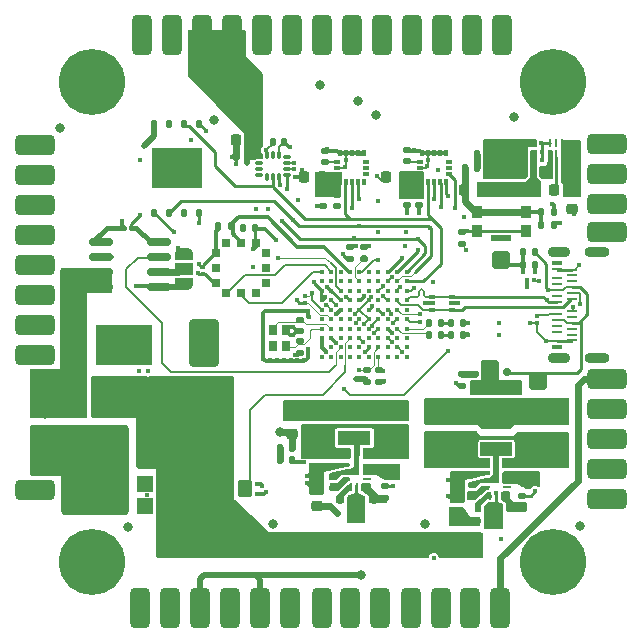
<source format=gbr>
%TF.GenerationSoftware,KiCad,Pcbnew,7.0.8*%
%TF.CreationDate,2024-02-20T09:26:03+00:00*%
%TF.ProjectId,CuttleBoard_8Layers,43757474-6c65-4426-9f61-72645f384c61,rev?*%
%TF.SameCoordinates,Original*%
%TF.FileFunction,Copper,L1,Top*%
%TF.FilePolarity,Positive*%
%FSLAX46Y46*%
G04 Gerber Fmt 4.6, Leading zero omitted, Abs format (unit mm)*
G04 Created by KiCad (PCBNEW 7.0.8) date 2024-02-20 09:26:03*
%MOMM*%
%LPD*%
G01*
G04 APERTURE LIST*
G04 Aperture macros list*
%AMRoundRect*
0 Rectangle with rounded corners*
0 $1 Rounding radius*
0 $2 $3 $4 $5 $6 $7 $8 $9 X,Y pos of 4 corners*
0 Add a 4 corners polygon primitive as box body*
4,1,4,$2,$3,$4,$5,$6,$7,$8,$9,$2,$3,0*
0 Add four circle primitives for the rounded corners*
1,1,$1+$1,$2,$3*
1,1,$1+$1,$4,$5*
1,1,$1+$1,$6,$7*
1,1,$1+$1,$8,$9*
0 Add four rect primitives between the rounded corners*
20,1,$1+$1,$2,$3,$4,$5,0*
20,1,$1+$1,$4,$5,$6,$7,0*
20,1,$1+$1,$6,$7,$8,$9,0*
20,1,$1+$1,$8,$9,$2,$3,0*%
%AMFreePoly0*
4,1,19,0.550000,-0.750000,0.000000,-0.750000,0.000000,-0.744911,-0.071157,-0.744911,-0.207708,-0.704816,-0.327430,-0.627875,-0.420627,-0.520320,-0.479746,-0.390866,-0.500000,-0.250000,-0.500000,0.250000,-0.479746,0.390866,-0.420627,0.520320,-0.327430,0.627875,-0.207708,0.704816,-0.071157,0.744911,0.000000,0.744911,0.000000,0.750000,0.550000,0.750000,0.550000,-0.750000,0.550000,-0.750000,
$1*%
%AMFreePoly1*
4,1,19,0.000000,0.744911,0.071157,0.744911,0.207708,0.704816,0.327430,0.627875,0.420627,0.520320,0.479746,0.390866,0.500000,0.250000,0.500000,-0.250000,0.479746,-0.390866,0.420627,-0.520320,0.327430,-0.627875,0.207708,-0.704816,0.071157,-0.744911,0.000000,-0.744911,0.000000,-0.750000,-0.550000,-0.750000,-0.550000,0.750000,0.000000,0.750000,0.000000,0.744911,0.000000,0.744911,
$1*%
G04 Aperture macros list end*
%TA.AperFunction,CastellatedPad*%
%ADD10RoundRect,0.425000X-0.425000X-1.275000X0.425000X-1.275000X0.425000X1.275000X-0.425000X1.275000X0*%
%TD*%
%TA.AperFunction,CastellatedPad*%
%ADD11RoundRect,0.425000X0.425000X1.275000X-0.425000X1.275000X-0.425000X-1.275000X0.425000X-1.275000X0*%
%TD*%
%TA.AperFunction,ComponentPad*%
%ADD12C,5.600000*%
%TD*%
%TA.AperFunction,SMDPad,CuDef*%
%ADD13RoundRect,0.147500X0.172500X-0.147500X0.172500X0.147500X-0.172500X0.147500X-0.172500X-0.147500X0*%
%TD*%
%TA.AperFunction,SMDPad,CuDef*%
%ADD14RoundRect,0.218750X-0.218750X-0.256250X0.218750X-0.256250X0.218750X0.256250X-0.218750X0.256250X0*%
%TD*%
%TA.AperFunction,SMDPad,CuDef*%
%ADD15RoundRect,0.140000X-0.170000X0.140000X-0.170000X-0.140000X0.170000X-0.140000X0.170000X0.140000X0*%
%TD*%
%TA.AperFunction,SMDPad,CuDef*%
%ADD16RoundRect,0.135000X-0.185000X0.135000X-0.185000X-0.135000X0.185000X-0.135000X0.185000X0.135000X0*%
%TD*%
%TA.AperFunction,SMDPad,CuDef*%
%ADD17RoundRect,0.135000X-0.135000X-0.185000X0.135000X-0.185000X0.135000X0.185000X-0.135000X0.185000X0*%
%TD*%
%TA.AperFunction,SMDPad,CuDef*%
%ADD18RoundRect,0.150000X-0.825000X-0.150000X0.825000X-0.150000X0.825000X0.150000X-0.825000X0.150000X0*%
%TD*%
%TA.AperFunction,SMDPad,CuDef*%
%ADD19RoundRect,0.225000X-0.525000X-0.525000X0.525000X-0.525000X0.525000X0.525000X-0.525000X0.525000X0*%
%TD*%
%TA.AperFunction,CastellatedPad*%
%ADD20RoundRect,0.425000X1.275000X-0.425000X1.275000X0.425000X-1.275000X0.425000X-1.275000X-0.425000X0*%
%TD*%
%TA.AperFunction,CastellatedPad*%
%ADD21RoundRect,0.425000X-1.275000X0.425000X-1.275000X-0.425000X1.275000X-0.425000X1.275000X0.425000X0*%
%TD*%
%TA.AperFunction,SMDPad,CuDef*%
%ADD22RoundRect,0.075000X0.075000X0.125000X-0.075000X0.125000X-0.075000X-0.125000X0.075000X-0.125000X0*%
%TD*%
%TA.AperFunction,SMDPad,CuDef*%
%ADD23RoundRect,0.147500X0.147500X0.172500X-0.147500X0.172500X-0.147500X-0.172500X0.147500X-0.172500X0*%
%TD*%
%TA.AperFunction,SMDPad,CuDef*%
%ADD24R,0.660400X0.711200*%
%TD*%
%TA.AperFunction,SMDPad,CuDef*%
%ADD25R,0.711200X0.660400*%
%TD*%
%TA.AperFunction,SMDPad,CuDef*%
%ADD26RoundRect,0.140000X-0.140000X-0.170000X0.140000X-0.170000X0.140000X0.170000X-0.140000X0.170000X0*%
%TD*%
%TA.AperFunction,SMDPad,CuDef*%
%ADD27R,1.400000X1.390000*%
%TD*%
%TA.AperFunction,SMDPad,CuDef*%
%ADD28R,4.860000X3.360000*%
%TD*%
%TA.AperFunction,SMDPad,CuDef*%
%ADD29R,0.800000X0.900000*%
%TD*%
%TA.AperFunction,SMDPad,CuDef*%
%ADD30RoundRect,0.218750X-0.256250X0.218750X-0.256250X-0.218750X0.256250X-0.218750X0.256250X0.218750X0*%
%TD*%
%TA.AperFunction,SMDPad,CuDef*%
%ADD31RoundRect,0.140000X0.170000X-0.140000X0.170000X0.140000X-0.170000X0.140000X-0.170000X-0.140000X0*%
%TD*%
%TA.AperFunction,SMDPad,CuDef*%
%ADD32RoundRect,0.135000X0.135000X0.185000X-0.135000X0.185000X-0.135000X-0.185000X0.135000X-0.185000X0*%
%TD*%
%TA.AperFunction,SMDPad,CuDef*%
%ADD33RoundRect,0.075000X-0.075000X-0.125000X0.075000X-0.125000X0.075000X0.125000X-0.075000X0.125000X0*%
%TD*%
%TA.AperFunction,SMDPad,CuDef*%
%ADD34RoundRect,0.218750X0.256250X-0.218750X0.256250X0.218750X-0.256250X0.218750X-0.256250X-0.218750X0*%
%TD*%
%TA.AperFunction,SMDPad,CuDef*%
%ADD35RoundRect,0.225000X0.225000X0.250000X-0.225000X0.250000X-0.225000X-0.250000X0.225000X-0.250000X0*%
%TD*%
%TA.AperFunction,ComponentPad*%
%ADD36C,0.500000*%
%TD*%
%TA.AperFunction,SMDPad,CuDef*%
%ADD37O,2.600000X4.000000*%
%TD*%
%TA.AperFunction,ComponentPad*%
%ADD38O,2.000000X3.000000*%
%TD*%
%TA.AperFunction,SMDPad,CuDef*%
%ADD39FreePoly0,270.000000*%
%TD*%
%TA.AperFunction,SMDPad,CuDef*%
%ADD40R,1.500000X1.000000*%
%TD*%
%TA.AperFunction,SMDPad,CuDef*%
%ADD41FreePoly1,270.000000*%
%TD*%
%TA.AperFunction,SMDPad,CuDef*%
%ADD42RoundRect,0.062500X0.237500X-0.062500X0.237500X0.062500X-0.237500X0.062500X-0.237500X-0.062500X0*%
%TD*%
%TA.AperFunction,SMDPad,CuDef*%
%ADD43RoundRect,0.062500X0.062500X0.237500X-0.062500X0.237500X-0.062500X-0.237500X0.062500X-0.237500X0*%
%TD*%
%TA.AperFunction,SMDPad,CuDef*%
%ADD44RoundRect,0.062500X-0.062500X-0.850000X0.062500X-0.850000X0.062500X0.850000X-0.062500X0.850000X0*%
%TD*%
%TA.AperFunction,SMDPad,CuDef*%
%ADD45R,2.800000X1.200000*%
%TD*%
%TA.AperFunction,SMDPad,CuDef*%
%ADD46RoundRect,0.225000X0.250000X-0.225000X0.250000X0.225000X-0.250000X0.225000X-0.250000X-0.225000X0*%
%TD*%
%TA.AperFunction,SMDPad,CuDef*%
%ADD47RoundRect,0.218750X0.218750X0.256250X-0.218750X0.256250X-0.218750X-0.256250X0.218750X-0.256250X0*%
%TD*%
%TA.AperFunction,SMDPad,CuDef*%
%ADD48RoundRect,0.250000X-0.650000X0.325000X-0.650000X-0.325000X0.650000X-0.325000X0.650000X0.325000X0*%
%TD*%
%TA.AperFunction,SMDPad,CuDef*%
%ADD49R,0.812800X0.330200*%
%TD*%
%TA.AperFunction,SMDPad,CuDef*%
%ADD50R,0.812800X0.279400*%
%TD*%
%TA.AperFunction,ComponentPad*%
%ADD51O,2.108200X0.914400*%
%TD*%
%TA.AperFunction,ComponentPad*%
%ADD52O,1.905000X0.914400*%
%TD*%
%TA.AperFunction,SMDPad,CuDef*%
%ADD53RoundRect,0.140000X0.140000X0.170000X-0.140000X0.170000X-0.140000X-0.170000X0.140000X-0.170000X0*%
%TD*%
%TA.AperFunction,SMDPad,CuDef*%
%ADD54C,0.400000*%
%TD*%
%TA.AperFunction,SMDPad,CuDef*%
%ADD55RoundRect,0.225000X-0.250000X0.225000X-0.250000X-0.225000X0.250000X-0.225000X0.250000X0.225000X0*%
%TD*%
%TA.AperFunction,SMDPad,CuDef*%
%ADD56RoundRect,0.087500X0.225000X0.087500X-0.225000X0.087500X-0.225000X-0.087500X0.225000X-0.087500X0*%
%TD*%
%TA.AperFunction,SMDPad,CuDef*%
%ADD57RoundRect,0.087500X0.087500X0.225000X-0.087500X0.225000X-0.087500X-0.225000X0.087500X-0.225000X0*%
%TD*%
%TA.AperFunction,SMDPad,CuDef*%
%ADD58R,0.900000X1.000000*%
%TD*%
%TA.AperFunction,SMDPad,CuDef*%
%ADD59R,1.700000X0.550000*%
%TD*%
%TA.AperFunction,SMDPad,CuDef*%
%ADD60RoundRect,0.087500X0.087500X-0.187500X0.087500X0.187500X-0.087500X0.187500X-0.087500X-0.187500X0*%
%TD*%
%TA.AperFunction,SMDPad,CuDef*%
%ADD61RoundRect,0.087500X0.187500X-0.087500X0.187500X0.087500X-0.187500X0.087500X-0.187500X-0.087500X0*%
%TD*%
%TA.AperFunction,SMDPad,CuDef*%
%ADD62RoundRect,0.125000X0.125000X-0.200000X0.125000X0.200000X-0.125000X0.200000X-0.125000X-0.200000X0*%
%TD*%
%TA.AperFunction,SMDPad,CuDef*%
%ADD63R,4.300000X3.400000*%
%TD*%
%TA.AperFunction,SMDPad,CuDef*%
%ADD64RoundRect,0.075000X0.125000X-0.075000X0.125000X0.075000X-0.125000X0.075000X-0.125000X-0.075000X0*%
%TD*%
%TA.AperFunction,SMDPad,CuDef*%
%ADD65RoundRect,0.135000X0.185000X-0.135000X0.185000X0.135000X-0.185000X0.135000X-0.185000X-0.135000X0*%
%TD*%
%TA.AperFunction,SMDPad,CuDef*%
%ADD66RoundRect,0.150000X-0.200000X0.150000X-0.200000X-0.150000X0.200000X-0.150000X0.200000X0.150000X0*%
%TD*%
%TA.AperFunction,SMDPad,CuDef*%
%ADD67R,0.500000X0.375000*%
%TD*%
%TA.AperFunction,SMDPad,CuDef*%
%ADD68R,0.650000X0.300000*%
%TD*%
%TA.AperFunction,SMDPad,CuDef*%
%ADD69RoundRect,0.075000X-0.125000X0.075000X-0.125000X-0.075000X0.125000X-0.075000X0.125000X0.075000X0*%
%TD*%
%TA.AperFunction,SMDPad,CuDef*%
%ADD70RoundRect,0.112500X-0.112500X0.187500X-0.112500X-0.187500X0.112500X-0.187500X0.112500X0.187500X0*%
%TD*%
%TA.AperFunction,SMDPad,CuDef*%
%ADD71RoundRect,0.250000X1.000000X-1.750000X1.000000X1.750000X-1.000000X1.750000X-1.000000X-1.750000X0*%
%TD*%
%TA.AperFunction,SMDPad,CuDef*%
%ADD72RoundRect,0.050000X-0.075000X0.250000X-0.075000X-0.250000X0.075000X-0.250000X0.075000X0.250000X0*%
%TD*%
%TA.AperFunction,SMDPad,CuDef*%
%ADD73RoundRect,0.040000X-0.060000X0.460000X-0.060000X-0.460000X0.060000X-0.460000X0.060000X0.460000X0*%
%TD*%
%TA.AperFunction,ViaPad*%
%ADD74C,0.450000*%
%TD*%
%TA.AperFunction,ViaPad*%
%ADD75C,0.800000*%
%TD*%
%TA.AperFunction,Conductor*%
%ADD76C,0.150000*%
%TD*%
%TA.AperFunction,Conductor*%
%ADD77C,0.250000*%
%TD*%
%TA.AperFunction,Conductor*%
%ADD78C,0.200000*%
%TD*%
%TA.AperFunction,Conductor*%
%ADD79C,0.120000*%
%TD*%
%TA.AperFunction,Conductor*%
%ADD80C,0.500000*%
%TD*%
%TA.AperFunction,Conductor*%
%ADD81C,0.300000*%
%TD*%
%TA.AperFunction,Conductor*%
%ADD82C,0.400000*%
%TD*%
%TA.AperFunction,Conductor*%
%ADD83C,0.600000*%
%TD*%
%TA.AperFunction,Conductor*%
%ADD84C,0.350000*%
%TD*%
%TA.AperFunction,Conductor*%
%ADD85C,0.127000*%
%TD*%
G04 APERTURE END LIST*
D10*
%TO.P,5V,1,1*%
%TO.N,+5V*%
X135240000Y-74772600D03*
D11*
X135240000Y-74772800D03*
%TD*%
D12*
%TO.P,H4,1,1*%
%TO.N,GND*%
X142100000Y-78700000D03*
%TD*%
D13*
%TO.P,D3,1,K*%
%TO.N,GND*%
X134425000Y-104427250D03*
%TO.P,D3,2,A*%
%TO.N,Net-(D3-A)*%
X134425000Y-103457250D03*
%TD*%
D14*
%TO.P,FB7,1*%
%TO.N,+3V3*%
X134612500Y-87900000D03*
%TO.P,FB7,2*%
%TO.N,Net-(C27-Pad1)*%
X136187500Y-87900000D03*
%TD*%
D15*
%TO.P,C40,1*%
%TO.N,+3V3*%
X129725000Y-88200000D03*
%TO.P,C40,2*%
%TO.N,GND*%
X129725000Y-89160000D03*
%TD*%
D16*
%TO.P,R21,1*%
%TO.N,+3V3*%
X126100000Y-92690000D03*
%TO.P,R21,2*%
%TO.N,I2C1_SDA*%
X126100000Y-93710000D03*
%TD*%
D17*
%TO.P,R3,1*%
%TO.N,+3V3*%
X115865000Y-91100000D03*
%TO.P,R3,2*%
%TO.N,I2C4_SDA*%
X116885000Y-91100000D03*
%TD*%
%TO.P,R23,1*%
%TO.N,+3V3*%
X141140000Y-89750000D03*
%TO.P,R23,2*%
%TO.N,I2C3_SDA*%
X142160000Y-89750000D03*
%TD*%
D18*
%TO.P,U20,1,IP+*%
%TO.N,GND*%
X103825000Y-92295000D03*
%TO.P,U20,2,IP+*%
X103825000Y-93565000D03*
%TO.P,U20,3,IP-*%
%TO.N,/BattPad-*%
X103825000Y-94835000D03*
%TO.P,U20,4,IP-*%
X103825000Y-96105000D03*
%TO.P,U20,5,GND*%
%TO.N,GND*%
X108775000Y-96105000D03*
%TO.P,U20,6,BW_SEL*%
%TO.N,Net-(JP1-C)*%
X108775000Y-94835000D03*
%TO.P,U20,7,VIOUT*%
%TO.N,curr_sig*%
X108775000Y-93565000D03*
%TO.P,U20,8,VCC*%
%TO.N,+3V3*%
X108775000Y-92295000D03*
%TD*%
D16*
%TO.P,R20,1*%
%TO.N,Net-(U2A-BOOT0)*%
X134400000Y-91379476D03*
%TO.P,R20,2*%
%TO.N,GND*%
X134400000Y-92399476D03*
%TD*%
D10*
%TO.P,GND,1,1*%
%TO.N,GND*%
X127508000Y-123222100D03*
D11*
X127508000Y-123222300D03*
%TD*%
D19*
%TO.P,TP6,1,1*%
%TO.N,+BATT*%
X109650000Y-110475000D03*
%TD*%
D20*
%TO.P,TP28,1,1*%
%TO.N,GND*%
X98289800Y-101840000D03*
D21*
X98290000Y-101840000D03*
%TD*%
D22*
%TO.P,R17,1*%
%TO.N,Net-(U15-FB)*%
X141100000Y-83917500D03*
%TO.P,R17,2*%
%TO.N,GND*%
X140500000Y-83917500D03*
%TD*%
D20*
%TO.P,GND,1,1*%
%TO.N,GND*%
X146699800Y-106380000D03*
D21*
X146700000Y-106380000D03*
%TD*%
D17*
%TO.P,R6,1*%
%TO.N,/PC8_LED_BL*%
X131580000Y-99107500D03*
%TO.P,R6,2*%
%TO.N,Net-(D4-A)*%
X132600000Y-99107500D03*
%TD*%
D19*
%TO.P,TP88,1,1*%
%TO.N,USB_VBUS*%
X140850000Y-104050000D03*
%TD*%
D15*
%TO.P,C41,1*%
%TO.N,+3V3*%
X123808800Y-88251800D03*
%TO.P,C41,2*%
%TO.N,GND*%
X123808800Y-89211800D03*
%TD*%
D10*
%TO.P,12V,1,1*%
%TO.N,+12V*%
X107188000Y-123222100D03*
D11*
X107188000Y-123222300D03*
%TD*%
D10*
%TO.P,GND,1,1*%
%TO.N,GND*%
X109728000Y-123222100D03*
D11*
X109728000Y-123222300D03*
%TD*%
D10*
%TO.P,TX,1,1*%
%TO.N,UART9_TX*%
X124968000Y-123222100D03*
D11*
X124968000Y-123222300D03*
%TD*%
D23*
%TO.P,D5,1,K*%
%TO.N,GND*%
X136635000Y-84800000D03*
%TO.P,D5,2,A*%
%TO.N,Net-(D5-A)*%
X135665000Y-84800000D03*
%TD*%
D10*
%TO.P,GND,1,1*%
%TO.N,GND*%
X114808000Y-123222100D03*
D11*
X114808000Y-123222300D03*
%TD*%
D24*
%TO.P,U7,1,SS*%
%TO.N,unconnected-(U7-SS-Pad1)*%
X114430000Y-92350002D03*
%TO.P,U7,2,MOSI/SDA*%
%TO.N,I2C4_SCL*%
X115700000Y-92350002D03*
%TO.P,U7,3,SCLK/SCL*%
%TO.N,I2C4_SDA*%
X116970000Y-92350002D03*
D25*
%TO.P,U7,4,VO+*%
%TO.N,unconnected-(U7-VO+-Pad4)*%
X117799945Y-93180000D03*
%TO.P,U7,5,NC*%
%TO.N,unconnected-(U7-NC-Pad5)*%
X117799945Y-94450000D03*
%TO.P,U7,6,VO-*%
%TO.N,unconnected-(U7-VO--Pad6)*%
X117799945Y-95720000D03*
D24*
%TO.P,U7,7,MISO*%
%TO.N,unconnected-(U7-MISO-Pad7)*%
X116970000Y-96549998D03*
%TO.P,U7,8,EOC*%
%TO.N,EOC_PRESSURE*%
X115700000Y-96549998D03*
%TO.P,U7,9,RES*%
%TO.N,RES_PRESSURE*%
X114430000Y-96549998D03*
D25*
%TO.P,U7,10,VSS*%
%TO.N,GND*%
X113600055Y-95720000D03*
%TO.P,U7,11,NC*%
%TO.N,unconnected-(U7-NC-Pad11)*%
X113600055Y-94450000D03*
%TO.P,U7,12,VDD*%
%TO.N,+3V3*%
X113600055Y-93180000D03*
%TD*%
D26*
%TO.P,C4,1*%
%TO.N,Net-(U1-VCC)*%
X135770000Y-114742250D03*
%TO.P,C4,2*%
%TO.N,GND*%
X136730000Y-114742250D03*
%TD*%
D20*
%TO.P,5V,1,1*%
%TO.N,+5V*%
X146699800Y-103840000D03*
D21*
X146700000Y-103840000D03*
%TD*%
D27*
%TO.P,D6,1,A_1*%
%TO.N,/BattPad-*%
X101825000Y-100110000D03*
%TO.P,D6,2,A_2*%
X101825000Y-101950000D03*
D28*
%TO.P,D6,3,K*%
%TO.N,GND*%
X105807000Y-101030000D03*
%TD*%
D29*
%TO.P,Y1,1,1*%
%TO.N,OSC_IN*%
X119485000Y-101100000D03*
%TO.P,Y1,2,2*%
%TO.N,GND*%
X119485000Y-99700000D03*
%TO.P,Y1,3,3*%
%TO.N,OSC_OUT*%
X118385000Y-99700000D03*
%TO.P,Y1,4,4*%
%TO.N,GND*%
X118385000Y-101100000D03*
%TD*%
D15*
%TO.P,C9,1*%
%TO.N,OSC_OUT*%
X120710000Y-98840000D03*
%TO.P,C9,2*%
%TO.N,GND*%
X120710000Y-99800000D03*
%TD*%
D17*
%TO.P,R4,1*%
%TO.N,/PC7_LED_WT*%
X131590000Y-100100000D03*
%TO.P,R4,2*%
%TO.N,Net-(D2-A)*%
X132610000Y-100100000D03*
%TD*%
D30*
%TO.P,FB3,1*%
%TO.N,+5V*%
X136730000Y-104312500D03*
%TO.P,FB3,2*%
%TO.N,Net-(C11-Pad1)*%
X136730000Y-105887500D03*
%TD*%
D31*
%TO.P,C1,1*%
%TO.N,Net-(U4-REGOUT)*%
X129789400Y-85430000D03*
%TO.P,C1,2*%
%TO.N,GND*%
X129789400Y-84470000D03*
%TD*%
D32*
%TO.P,R13,1*%
%TO.N,Net-(U3-FB)*%
X126960000Y-114075000D03*
%TO.P,R13,2*%
%TO.N,GND*%
X125940000Y-114075000D03*
%TD*%
D33*
%TO.P,R16,1*%
%TO.N,Net-(C27-Pad1)*%
X140550000Y-85367500D03*
%TO.P,R16,2*%
%TO.N,Net-(U15-FB)*%
X141150000Y-85367500D03*
%TD*%
D34*
%TO.P,FB2,1*%
%TO.N,Net-(D11-K)*%
X122125000Y-114587500D03*
%TO.P,FB2,2*%
%TO.N,Net-(U3-EN)*%
X122125000Y-113012500D03*
%TD*%
D16*
%TO.P,R12,1*%
%TO.N,Net-(C50-Pad1)*%
X127850000Y-112940000D03*
%TO.P,R12,2*%
%TO.N,Net-(U3-FB)*%
X127850000Y-113960000D03*
%TD*%
D10*
%TO.P,12V,1,1*%
%TO.N,+12V*%
X107300000Y-74765500D03*
D11*
X107300000Y-74765700D03*
%TD*%
D16*
%TO.P,R10,1*%
%TO.N,Net-(C11-Pad1)*%
X139500000Y-113732250D03*
%TO.P,R10,2*%
%TO.N,Net-(U1-FB)*%
X139500000Y-114752250D03*
%TD*%
D31*
%TO.P,C54,1*%
%TO.N,Net-(U1-EN)*%
X135275000Y-111922250D03*
%TO.P,C54,2*%
%TO.N,GND*%
X135275000Y-110962250D03*
%TD*%
D10*
%TO.P,SCL,1,1*%
%TO.N,I2C1_SCL*%
X120000000Y-74778100D03*
D11*
X120000000Y-74778300D03*
%TD*%
D20*
%TO.P,CLK,1,1*%
%TO.N,SWDIO*%
X146702900Y-111460000D03*
D21*
X146703100Y-111460000D03*
%TD*%
D15*
%TO.P,C6,1*%
%TO.N,Net-(U1-NC)*%
X135275000Y-112812250D03*
%TO.P,C6,2*%
%TO.N,Net-(U1-BOOT)*%
X135275000Y-113772250D03*
%TD*%
D35*
%TO.P,C46,1*%
%TO.N,+3V3*%
X122577200Y-86748000D03*
%TO.P,C46,2*%
%TO.N,GND*%
X121027200Y-86748000D03*
%TD*%
D20*
%TO.P,GND,1,1*%
%TO.N,GND*%
X98289800Y-86600000D03*
D21*
X98290000Y-86600000D03*
%TD*%
D10*
%TO.P,GND,1,1*%
%TO.N,GND*%
X137780000Y-74782900D03*
D11*
X137780000Y-74783100D03*
%TD*%
D20*
%TO.P,IO,1,1*%
%TO.N,SWDCLK*%
X146700000Y-114000000D03*
D21*
X146700200Y-114000000D03*
%TD*%
D20*
%TO.P,SCL,1,1*%
%TO.N,I2C4_SCL*%
X98289800Y-96760000D03*
D21*
X98290000Y-96760000D03*
%TD*%
D36*
%TO.P,TP1,1,1*%
%TO.N,/Coil+*%
X99200000Y-111600000D03*
X99800000Y-111400000D03*
X98600000Y-111300000D03*
X98200000Y-110700000D03*
X98200000Y-110000000D03*
D37*
X99100000Y-109900000D03*
D38*
X99400000Y-109900000D03*
%TD*%
D39*
%TO.P,JP1,1,A*%
%TO.N,+3V3*%
X110900000Y-93250000D03*
D40*
%TO.P,JP1,2,C*%
%TO.N,Net-(JP1-C)*%
X110900000Y-94550000D03*
D41*
%TO.P,JP1,3,B*%
%TO.N,GND*%
X110900000Y-95850000D03*
%TD*%
D31*
%TO.P,C56,1*%
%TO.N,Net-(U3-EN)*%
X123525000Y-111230000D03*
%TO.P,C56,2*%
%TO.N,GND*%
X123525000Y-110270000D03*
%TD*%
D17*
%TO.P,R2,1*%
%TO.N,+3V3*%
X113790000Y-90950000D03*
%TO.P,R2,2*%
%TO.N,I2C4_SCL*%
X114810000Y-90950000D03*
%TD*%
D23*
%TO.P,D4,1,K*%
%TO.N,GND*%
X134485000Y-99100000D03*
%TO.P,D4,2,A*%
%TO.N,Net-(D4-A)*%
X133515000Y-99100000D03*
%TD*%
D35*
%TO.P,C44,1*%
%TO.N,+3V3*%
X116850000Y-83600000D03*
%TO.P,C44,2*%
%TO.N,GND*%
X115300000Y-83600000D03*
%TD*%
D34*
%TO.P,FB1,1*%
%TO.N,Net-(D7-K)*%
X134025000Y-115429750D03*
%TO.P,FB1,2*%
%TO.N,Net-(U1-EN)*%
X134025000Y-113854750D03*
%TD*%
D10*
%TO.P,RX,1,1*%
%TO.N,UART4_RX*%
X127620000Y-74772600D03*
D11*
X127620000Y-74772800D03*
%TD*%
D42*
%TO.P,U1,1,PGND*%
%TO.N,GND*%
X136400000Y-111230250D03*
%TO.P,U1,2,VIN*%
%TO.N,Net-(U1-EN)*%
X136400000Y-111880250D03*
%TO.P,U1,3,NC*%
%TO.N,Net-(U1-NC)*%
X136400000Y-112530250D03*
%TO.P,U1,4,BOOT*%
%TO.N,Net-(U1-BOOT)*%
X136400000Y-113030250D03*
D43*
%TO.P,U1,5,VCC*%
%TO.N,Net-(U1-VCC)*%
X136800000Y-113755250D03*
%TO.P,U1,6,AGND*%
%TO.N,GND*%
X137300000Y-113755250D03*
%TO.P,U1,7,FB*%
%TO.N,Net-(U1-FB)*%
X137800000Y-113755250D03*
D42*
%TO.P,U1,8,PG*%
%TO.N,unconnected-(U1-PG-Pad8)*%
X138200000Y-113030250D03*
%TO.P,U1,9,EN*%
%TO.N,Net-(U1-EN)*%
X138200000Y-112530250D03*
%TO.P,U1,10,VIN*%
X138200000Y-111880250D03*
%TO.P,U1,11,PGND*%
%TO.N,GND*%
X138200000Y-111230250D03*
D44*
%TO.P,U1,12,SW*%
%TO.N,Net-(U1-NC)*%
X137300000Y-111567250D03*
%TD*%
D20*
%TO.P,SDA,1,1*%
%TO.N,I2C4_SDA*%
X98289800Y-99300000D03*
D21*
X98290000Y-99300000D03*
%TD*%
D45*
%TO.P,L2,1,1*%
%TO.N,Net-(U3-NC)*%
X125300000Y-108840000D03*
%TO.P,L2,2,2*%
%TO.N,Net-(C50-Pad1)*%
X125300000Y-106340000D03*
%TD*%
D20*
%TO.P,RX,1,1*%
%TO.N,UART7_RX*%
X98289800Y-89140000D03*
D21*
X98290000Y-89140000D03*
%TD*%
D46*
%TO.P,C3,1*%
%TO.N,Net-(U1-EN)*%
X134025000Y-112442250D03*
%TO.P,C3,2*%
%TO.N,GND*%
X134025000Y-110892250D03*
%TD*%
%TO.P,C2,1*%
%TO.N,Net-(U1-EN)*%
X140525000Y-112442250D03*
%TO.P,C2,2*%
%TO.N,GND*%
X140525000Y-110892250D03*
%TD*%
%TO.P,C10,1*%
%TO.N,Net-(U3-EN)*%
X128625000Y-111525000D03*
%TO.P,C10,2*%
%TO.N,GND*%
X128625000Y-109975000D03*
%TD*%
D10*
%TO.P,RX,1,1*%
%TO.N,UART3_TX*%
X130050000Y-123220000D03*
D11*
X130050000Y-123220200D03*
%TD*%
D20*
%TO.P,NRST,1,1*%
%TO.N,NRST*%
X146699800Y-108920000D03*
D21*
X146700000Y-108920000D03*
%TD*%
D46*
%TO.P,C12,1*%
%TO.N,Net-(U3-EN)*%
X122125000Y-111575000D03*
%TO.P,C12,2*%
%TO.N,GND*%
X122125000Y-110025000D03*
%TD*%
D47*
%TO.P,L4,1,1*%
%TO.N,Net-(U15-SW)*%
X142237500Y-87900000D03*
%TO.P,L4,2,2*%
%TO.N,Net-(C27-Pad1)*%
X140662500Y-87900000D03*
%TD*%
D17*
%TO.P,R29,1*%
%TO.N,+BATT*%
X114749000Y-112776000D03*
%TO.P,R29,2*%
%TO.N,VSense*%
X115769000Y-112776000D03*
%TD*%
D10*
%TO.P,GND,1,1*%
%TO.N,GND*%
X132700000Y-74772600D03*
D11*
X132700000Y-74772800D03*
%TD*%
D48*
%TO.P,C17,1*%
%TO.N,Net-(C11-Pad1)*%
X132325000Y-106342250D03*
%TO.P,C17,2*%
%TO.N,GND*%
X132325000Y-109292250D03*
%TD*%
D49*
%TO.P,J1,29*%
%TO.N,N/C*%
X142472140Y-101150000D03*
%TO.P,J1,30*%
X142472140Y-94050000D03*
D50*
%TO.P,J1,A1,GND*%
%TO.N,GND*%
X142472201Y-100650032D03*
%TO.P,J1,A2,TX1+*%
%TO.N,unconnected-(J1-TX1+-PadA2)*%
X142472201Y-99849932D03*
%TO.P,J1,A3,TX1-*%
%TO.N,unconnected-(J1-TX1--PadA3)*%
X142472201Y-99350060D03*
%TO.P,J1,A4,VBUS*%
%TO.N,USB_VBUS*%
X142472201Y-98849934D03*
%TO.P,J1,A5,CC1*%
%TO.N,Net-(J1-CC1)*%
X142472201Y-98349808D03*
%TO.P,J1,A6,D+*%
%TO.N,/USB_D+*%
X142472201Y-97849682D03*
%TO.P,J1,A7,D-*%
%TO.N,/USB_D-*%
X142472201Y-97349556D03*
%TO.P,J1,A8,SBU1*%
%TO.N,unconnected-(J1-SBU1-PadA8)*%
X142472201Y-96849430D03*
%TO.P,J1,A9,VBUS*%
%TO.N,USB_VBUS*%
X142472201Y-96349304D03*
%TO.P,J1,A10,RX2-*%
%TO.N,unconnected-(J1-RX2--PadA10)*%
X142472201Y-95849178D03*
%TO.P,J1,A11,RX2+*%
%TO.N,unconnected-(J1-RX2+-PadA11)*%
X142472201Y-95350068D03*
%TO.P,J1,A12,GND*%
%TO.N,GND*%
X142472201Y-94549968D03*
%TO.P,J1,B1,GND*%
X143722201Y-94600006D03*
%TO.P,J1,B2,TX2+*%
%TO.N,unconnected-(J1-TX2+-PadB2)*%
X143722201Y-95100132D03*
%TO.P,J1,B3,TX2-*%
%TO.N,unconnected-(J1-TX2--PadB3)*%
X143722201Y-95600258D03*
%TO.P,J1,B4,VBUS*%
%TO.N,USB_VBUS*%
X143722201Y-96100384D03*
%TO.P,J1,B5,CC2*%
%TO.N,Net-(J1-CC2)*%
X143722201Y-96600510D03*
%TO.P,J1,B6,D+*%
%TO.N,/USB_D+*%
X143722201Y-97100636D03*
%TO.P,J1,B7,D-*%
%TO.N,/USB_D-*%
X143722201Y-98100126D03*
%TO.P,J1,B8,SBU2*%
%TO.N,unconnected-(J1-SBU2-PadB8)*%
X143722201Y-98600252D03*
%TO.P,J1,B9,VBUS*%
%TO.N,USB_VBUS*%
X143722201Y-99100378D03*
%TO.P,J1,B10,RX1-*%
%TO.N,unconnected-(J1-RX1--PadB10)*%
X143722201Y-99600504D03*
%TO.P,J1,B11,RX1+*%
%TO.N,unconnected-(J1-RX1+-PadB11)*%
X143722201Y-100100630D03*
%TO.P,J1,B12,GND*%
%TO.N,GND*%
X143722201Y-100600756D03*
D51*
%TO.P,J1,S_1*%
%TO.N,N/C*%
X145847200Y-93150000D03*
%TO.P,J1,S_2*%
X145847200Y-102050000D03*
D52*
%TO.P,J1,S_3*%
X142647199Y-93150000D03*
%TO.P,J1,S_4*%
X142647199Y-102050000D03*
%TD*%
D20*
%TO.P,SDA,1,1*%
%TO.N,I2C3_SDA*%
X146706000Y-86495000D03*
D21*
X146706200Y-86495000D03*
%TD*%
D10*
%TO.P,5V,1,1*%
%TO.N,+5V*%
X137668000Y-123216400D03*
D11*
X137668000Y-123216600D03*
%TD*%
D12*
%TO.P,H3,1,1*%
%TO.N,GND*%
X103100000Y-78700000D03*
%TD*%
D36*
%TO.P,TP2,1,1*%
%TO.N,/BattPad-*%
X99200000Y-106900000D03*
X99800000Y-106700000D03*
X98600000Y-106600000D03*
X98200000Y-106000000D03*
X98200000Y-105300000D03*
D37*
X99100000Y-105200000D03*
D38*
X99400000Y-105200000D03*
%TD*%
D15*
%TO.P,C42,1*%
%TO.N,+3V3*%
X122665800Y-88221200D03*
%TO.P,C42,2*%
%TO.N,GND*%
X122665800Y-89181200D03*
%TD*%
D10*
%TO.P,GND,1,1*%
%TO.N,GND*%
X119888000Y-123222100D03*
D11*
X119888000Y-123222300D03*
%TD*%
D53*
%TO.P,C43,1*%
%TO.N,+3V3*%
X119330000Y-83825000D03*
%TO.P,C43,2*%
%TO.N,GND*%
X118370000Y-83825000D03*
%TD*%
D54*
%TO.P,U2,A1,PE6*%
%TO.N,EOC_PRESSURE*%
X122525000Y-94800000D03*
%TO.P,U2,A2,PE5*%
%TO.N,RES_PRESSURE*%
X123325000Y-94800000D03*
%TO.P,U2,A3,PE2*%
%TO.N,unconnected-(U2A-PE2-PadA3)*%
X124125000Y-94800000D03*
%TO.P,U2,A4,PB8*%
%TO.N,I2C4_SCL*%
X124925000Y-94800000D03*
%TO.P,U2,A5,BOOT0*%
%TO.N,Net-(U2A-BOOT0)*%
X125725000Y-94800000D03*
%TO.P,U2,A6,PB5*%
%TO.N,unconnected-(U2A-PB5-PadA6)*%
X126525000Y-94800000D03*
%TO.P,U2,A7,PD6*%
%TO.N,unconnected-(U2A-PD6-PadA7)*%
X127325000Y-94800000D03*
%TO.P,U2,A8,PD3*%
%TO.N,INT_IMU1*%
X128125000Y-94800000D03*
%TO.P,U2,A9,PD2*%
%TO.N,CS_IMU1*%
X128925000Y-94800000D03*
%TO.P,U2,A10,PC12*%
%TO.N,MOSI_GYRO*%
X129725000Y-94800000D03*
%TO.P,U2,B1,PC14-OSC32_IN*%
%TO.N,unconnected-(U2A-PC14-OSC32_IN-PadB1)*%
X122525000Y-95600000D03*
%TO.P,U2,B2,PC15-OSC32_OUT*%
%TO.N,unconnected-(U2A-PC15-OSC32_OUT-PadB2)*%
X123325000Y-95600000D03*
%TO.P,U2,B3,PE3*%
%TO.N,unconnected-(U2A-PE3-PadB3)*%
X124125000Y-95600000D03*
%TO.P,U2,B4,PE0*%
%TO.N,unconnected-(U2A-PE0-PadB4)*%
X124925000Y-95600000D03*
%TO.P,U2,B5,PB7*%
%TO.N,I2C1_SDA*%
X125725000Y-95600000D03*
%TO.P,U2,B6,PB3*%
%TO.N,unconnected-(U2A-PB3-PadB6)*%
X126525000Y-95600000D03*
%TO.P,U2,B7,PD4*%
%TO.N,unconnected-(U2A-PD4-PadB7)*%
X127325000Y-95600000D03*
%TO.P,U2,B8,PD1*%
%TO.N,UART4_TX*%
X128125000Y-95600000D03*
%TO.P,U2,B9,PC11*%
%TO.N,MISO_GYRO*%
X128925000Y-95600000D03*
%TO.P,U2,B10,PC10*%
%TO.N,SCLK_GYRO*%
X129725000Y-95600000D03*
%TO.P,U2,C1,VSS*%
%TO.N,GND*%
X122525000Y-96400000D03*
%TO.P,U2,C2,VBAT*%
%TO.N,+3V3*%
X123325000Y-96400000D03*
%TO.P,U2,C3,PE4*%
%TO.N,CS_FLASH*%
X124125000Y-96400000D03*
%TO.P,U2,C4,PE1*%
%TO.N,unconnected-(U2A-PE1-PadC4)*%
X124925000Y-96400000D03*
%TO.P,U2,C5,PB4*%
%TO.N,unconnected-(U2A-PB4-PadC5)*%
X125725000Y-96400000D03*
%TO.P,U2,C6,PD7*%
%TO.N,unconnected-(U2A-PD7-PadC6)*%
X126525000Y-96400000D03*
%TO.P,U2,C7,PD0*%
%TO.N,UART4_RX*%
X127325000Y-96400000D03*
%TO.P,U2,C8,PA15*%
%TO.N,/SPI3_NSS*%
X128125000Y-96400000D03*
%TO.P,U2,C9,PA14*%
%TO.N,SWDCLK*%
X128925000Y-96400000D03*
%TO.P,U2,C10,PA13*%
%TO.N,SWDIO*%
X129725000Y-96400000D03*
%TO.P,U2,D1,VSSSMPS*%
%TO.N,GND*%
X122525000Y-97200000D03*
%TO.P,U2,D2,VLXSMPS*%
%TO.N,Net-(U2B-VLXSMPS)*%
X123325000Y-97200000D03*
%TO.P,U2,D3,PDR_ON*%
%TO.N,+3V3*%
X124125000Y-97200000D03*
%TO.P,U2,D4,PB6*%
%TO.N,I2C1_SCL*%
X124925000Y-97200000D03*
%TO.P,U2,D5,VSS*%
%TO.N,GND*%
X125725000Y-97200000D03*
%TO.P,U2,D6,VDD*%
%TO.N,+3V3*%
X126525000Y-97200000D03*
%TO.P,U2,D7,PD5*%
%TO.N,unconnected-(U2A-PD5-PadD7)*%
X127325000Y-97200000D03*
%TO.P,U2,D8,VCAP*%
%TO.N,Net-(U2B-VFBSMPS)*%
X128125000Y-97200000D03*
%TO.P,U2,D9,PA12*%
%TO.N,/USB_D+*%
X128925000Y-97200000D03*
%TO.P,U2,D10,PA11*%
%TO.N,/USB_D-*%
X129725000Y-97200000D03*
%TO.P,U2,E1,VDDSMPS*%
%TO.N,+3V3*%
X122525000Y-98000000D03*
%TO.P,U2,E2,VFBSMPS*%
%TO.N,Net-(U2B-VFBSMPS)*%
X123325000Y-98000000D03*
%TO.P,U2,E3,PB9*%
%TO.N,I2C4_SDA*%
X124125000Y-98000000D03*
%TO.P,U2,E4,PC13*%
%TO.N,unconnected-(U2A-PC13-PadE4)*%
X124925000Y-98000000D03*
%TO.P,U2,E5,VDD*%
%TO.N,+3V3*%
X125725000Y-98000000D03*
%TO.P,U2,E6,VDDLDO*%
%TO.N,Net-(U2B-VFBSMPS)*%
X126525000Y-98000000D03*
%TO.P,U2,E7,VSS*%
%TO.N,GND*%
X127325000Y-98000000D03*
%TO.P,U2,E8,VDD33USB*%
%TO.N,+3V3*%
X128125000Y-98000000D03*
%TO.P,U2,E9,PA9*%
%TO.N,/PA9_USB_VBUS_sense*%
X128925000Y-98000000D03*
%TO.P,U2,E10,PA10*%
%TO.N,unconnected-(U2A-PA10-PadE10)*%
X129725000Y-98000000D03*
%TO.P,U2,F1,PC1*%
%TO.N,/PC1*%
X122525000Y-98800000D03*
%TO.P,U2,F2,NRST*%
%TO.N,NRST*%
X123325000Y-98800000D03*
%TO.P,U2,F3,PC0*%
%TO.N,/PC0*%
X124125000Y-98800000D03*
%TO.P,U2,F4,PC2_C*%
%TO.N,/PC2*%
X124925000Y-98800000D03*
%TO.P,U2,F5,VSS*%
%TO.N,GND*%
X125725000Y-98800000D03*
%TO.P,U2,F6,VDD*%
%TO.N,+3V3*%
X126525000Y-98800000D03*
%TO.P,U2,F7,VDDLDO*%
%TO.N,Net-(U2B-VFBSMPS)*%
X127325000Y-98800000D03*
%TO.P,U2,F8,PC6*%
%TO.N,/PC6*%
X128125000Y-98800000D03*
%TO.P,U2,F9,PC9*%
%TO.N,I2C3_SDA*%
X128925000Y-98800000D03*
%TO.P,U2,F10,PA8*%
%TO.N,I2C3_SCL*%
X129725000Y-98800000D03*
%TO.P,U2,G1,PH0-OSC_IN*%
%TO.N,OSC_IN*%
X122525000Y-99600000D03*
%TO.P,U2,G2,PH1-OSC_OUT*%
%TO.N,OSC_OUT*%
X123325000Y-99600000D03*
%TO.P,U2,G3,PA0*%
%TO.N,unconnected-(U2A-PA0-PadG3)*%
X124125000Y-99600000D03*
%TO.P,U2,G4,PC3_C*%
%TO.N,/PC3*%
X124925000Y-99600000D03*
%TO.P,U2,G5,PA3*%
%TO.N,unconnected-(U2A-PA3-PadG5)*%
X125725000Y-99600000D03*
%TO.P,U2,G6,VCAP*%
%TO.N,Net-(U2B-VFBSMPS)*%
X126525000Y-99600000D03*
%TO.P,U2,G7,PD14*%
%TO.N,UART9_RX*%
X127325000Y-99600000D03*
%TO.P,U2,G8,PD15*%
%TO.N,UART9_TX*%
X128125000Y-99600000D03*
%TO.P,U2,G9,PC7*%
%TO.N,/PC7_LED_WT*%
X128925000Y-99600000D03*
%TO.P,U2,G10,PC8*%
%TO.N,/PC8_LED_BL*%
X129725000Y-99600000D03*
%TO.P,U2,H1,VDDA*%
%TO.N,+3V3*%
X122525000Y-100400000D03*
%TO.P,U2,H2,VSSA*%
%TO.N,GND*%
X123325000Y-100400000D03*
%TO.P,U2,H3,PA2*%
%TO.N,unconnected-(U2A-PA2-PadH3)*%
X124125000Y-100400000D03*
%TO.P,U2,H4,PC4*%
%TO.N,VSense*%
X124925000Y-100400000D03*
%TO.P,U2,H5,PE7*%
%TO.N,UART7_RX*%
X125725000Y-100400000D03*
%TO.P,U2,H6,PE10*%
%TO.N,unconnected-(U2A-PE10-PadH6)*%
X126525000Y-100400000D03*
%TO.P,U2,H7,PD11*%
%TO.N,unconnected-(U2A-PD11-PadH7)*%
X127325000Y-100400000D03*
%TO.P,U2,H8,PD9*%
%TO.N,UART3_RX*%
X128125000Y-100400000D03*
%TO.P,U2,H9,PD12*%
%TO.N,unconnected-(U2A-PD12-PadH9)*%
X128925000Y-100400000D03*
%TO.P,U2,H10,PD13*%
%TO.N,unconnected-(U2A-PD13-PadH10)*%
X129725000Y-100400000D03*
%TO.P,U2,J1,VREF+*%
%TO.N,+3V3*%
X122525000Y-101200000D03*
%TO.P,U2,J2,PA1*%
%TO.N,unconnected-(U2A-PA1-PadJ2)*%
X123325000Y-101200000D03*
%TO.P,U2,J3,PA6*%
%TO.N,curr_sig*%
X124125000Y-101200000D03*
%TO.P,U2,J4,PC5*%
%TO.N,unconnected-(U2A-PC5-PadJ4)*%
X124925000Y-101200000D03*
%TO.P,U2,J5,PB2*%
%TO.N,unconnected-(U2A-PB2-PadJ5)*%
X125725000Y-101200000D03*
%TO.P,U2,J6,PE8*%
%TO.N,UART7_TX*%
X126525000Y-101200000D03*
%TO.P,U2,J7,PB11*%
%TO.N,I2C2_SDA*%
X127325000Y-101200000D03*
%TO.P,U2,J8,PB13*%
%TO.N,unconnected-(U2A-PB13-PadJ8)*%
X128125000Y-101200000D03*
%TO.P,U2,J9,PD8*%
%TO.N,UART3_TX*%
X128925000Y-101200000D03*
%TO.P,U2,J10,PD10*%
%TO.N,unconnected-(U2A-PD10-PadJ10)*%
X129725000Y-101200000D03*
%TO.P,U2,K1,PA4*%
%TO.N,unconnected-(U2A-PA4-PadK1)*%
X122525000Y-102000000D03*
%TO.P,U2,K2,PA5*%
%TO.N,unconnected-(U2A-PA5-PadK2)*%
X123325000Y-102000000D03*
%TO.P,U2,K3,PA7*%
%TO.N,unconnected-(U2A-PA7-PadK3)*%
X124125000Y-102000000D03*
%TO.P,U2,K4,PB0*%
%TO.N,unconnected-(U2A-PB0-PadK4)*%
X124925000Y-102000000D03*
%TO.P,U2,K5,PB1*%
%TO.N,unconnected-(U2A-PB1-PadK5)*%
X125725000Y-102000000D03*
%TO.P,U2,K6,PE9*%
%TO.N,unconnected-(U2A-PE9-PadK6)*%
X126525000Y-102000000D03*
%TO.P,U2,K7,PB10*%
%TO.N,I2C2_SCL*%
X127325000Y-102000000D03*
%TO.P,U2,K8,PB12*%
%TO.N,unconnected-(U2A-PB12-PadK8)*%
X128125000Y-102000000D03*
%TO.P,U2,K9,PB14*%
%TO.N,unconnected-(U2A-PB14-PadK9)*%
X128925000Y-102000000D03*
%TO.P,U2,K10,PB15*%
%TO.N,unconnected-(U2A-PB15-PadK10)*%
X129725000Y-102000000D03*
%TD*%
D32*
%TO.P,R11,1*%
%TO.N,Net-(U1-FB)*%
X138610000Y-114742250D03*
%TO.P,R11,2*%
%TO.N,GND*%
X137590000Y-114742250D03*
%TD*%
D20*
%TO.P,TP29,1,1*%
%TO.N,GND*%
X98289800Y-94220000D03*
D21*
X98290000Y-94220000D03*
%TD*%
D55*
%TO.P,C52,1*%
%TO.N,Net-(C50-Pad1)*%
X127575000Y-106925000D03*
%TO.P,C52,2*%
%TO.N,GND*%
X127575000Y-108475000D03*
%TD*%
D33*
%TO.P,C24,1*%
%TO.N,VSense*%
X116459000Y-113576000D03*
%TO.P,C24,2*%
%TO.N,GND*%
X117059000Y-113576000D03*
%TD*%
D56*
%TO.P,U17,1,SDO*%
%TO.N,MISO_GYRO*%
X119551700Y-86580800D03*
%TO.P,U17,2,RES*%
%TO.N,GND*%
X119551700Y-86080800D03*
%TO.P,U17,3,RES*%
X119551700Y-85580800D03*
%TO.P,U17,4,INT1*%
%TO.N,INT_IMU31*%
X119551700Y-85080800D03*
D57*
%TO.P,U17,5,VDD_IO*%
%TO.N,+3V3*%
X118889200Y-84918300D03*
%TO.P,U17,6,NC*%
%TO.N,unconnected-(U17-NC-Pad6)*%
X118389200Y-84918300D03*
%TO.P,U17,7,GND*%
%TO.N,GND*%
X117889200Y-84918300D03*
D56*
%TO.P,U17,8,VDD*%
%TO.N,+3V3*%
X117226700Y-85080800D03*
%TO.P,U17,9,INT2*%
%TO.N,INT_IMU32*%
X117226700Y-85580800D03*
%TO.P,U17,10,NC*%
%TO.N,unconnected-(U17-NC-Pad10)*%
X117226700Y-86080800D03*
%TO.P,U17,11,NC*%
%TO.N,unconnected-(U17-NC-Pad11)*%
X117226700Y-86580800D03*
D57*
%TO.P,U17,12,CS*%
%TO.N,CS_IMU3*%
X117889200Y-86743300D03*
%TO.P,U17,13,SCL*%
%TO.N,SCLK_GYRO*%
X118389200Y-86743300D03*
%TO.P,U17,14,SDA*%
%TO.N,MOSI_GYRO*%
X118889200Y-86743300D03*
%TD*%
D10*
%TO.P,RX,1,1*%
%TO.N,UART9_RX*%
X122521800Y-123222100D03*
D11*
X122521800Y-123222300D03*
%TD*%
D58*
%TO.P,SW1,1,1*%
%TO.N,Net-(U2A-BOOT0)*%
X139800000Y-91300000D03*
X135700000Y-91300000D03*
%TO.P,SW1,2,2*%
%TO.N,+3V3*%
X139800000Y-89700000D03*
X135700000Y-89700000D03*
D59*
%TO.P,SW1,SH*%
%TO.N,N/C*%
X137750000Y-91925000D03*
%TD*%
D20*
%TO.P,TX,1,1*%
%TO.N,UART7_TX*%
X98289800Y-91680000D03*
D21*
X98290000Y-91680000D03*
%TD*%
D31*
%TO.P,C55,1*%
%TO.N,Net-(U3-EN)*%
X127325000Y-111305000D03*
%TO.P,C55,2*%
%TO.N,GND*%
X127325000Y-110345000D03*
%TD*%
D10*
%TO.P,3.3V,1,1*%
%TO.N,+3V3*%
X117348000Y-123222100D03*
D11*
X117348000Y-123222300D03*
%TD*%
D15*
%TO.P,C15,1*%
%TO.N,Net-(U3-NC)*%
X123525000Y-112120000D03*
%TO.P,C15,2*%
%TO.N,Net-(U3-BOOT)*%
X123525000Y-113080000D03*
%TD*%
D31*
%TO.P,C18,1*%
%TO.N,Net-(U1-EN)*%
X139240000Y-112080000D03*
%TO.P,C18,2*%
%TO.N,GND*%
X139240000Y-111120000D03*
%TD*%
D27*
%TO.P,D10,1,A_1*%
%TO.N,GND*%
X107575000Y-114590000D03*
%TO.P,D10,2,A_2*%
X107575000Y-112750000D03*
D28*
%TO.P,D10,3,K*%
%TO.N,/Coil+*%
X103593000Y-113670000D03*
%TD*%
D34*
%TO.P,FB6,1*%
%TO.N,+5V*%
X143700000Y-89442500D03*
%TO.P,FB6,2*%
%TO.N,Net-(U15-EN)*%
X143700000Y-87867500D03*
%TD*%
D33*
%TO.P,R30,1*%
%TO.N,VSense*%
X116459000Y-112776000D03*
%TO.P,R30,2*%
%TO.N,GND*%
X117059000Y-112776000D03*
%TD*%
D60*
%TO.P,U4,1,VDDIO*%
%TO.N,+3V3*%
X131050000Y-87200000D03*
%TO.P,U4,2,SCL/SPC*%
%TO.N,SCLK_GYRO*%
X131550000Y-87200000D03*
%TO.P,U4,3,SDA/SDI*%
%TO.N,MOSI_GYRO*%
X132050000Y-87200000D03*
%TO.P,U4,4,SAO/SD0*%
%TO.N,MISO_GYRO*%
X132550000Y-87200000D03*
%TO.P,U4,5,~{CS}*%
%TO.N,CS_IMU1*%
X133050000Y-87200000D03*
D61*
%TO.P,U4,6,INT*%
%TO.N,INT_IMU1*%
X133275000Y-86475000D03*
%TO.P,U4,7,RESV*%
%TO.N,unconnected-(U4-RESV-Pad7)*%
X133275000Y-85975000D03*
%TO.P,U4,8,FSYNC*%
%TO.N,unconnected-(U4-FSYNC-Pad8)*%
X133275000Y-85475000D03*
D60*
%TO.P,U4,9,GND*%
%TO.N,GND*%
X133050000Y-84750000D03*
%TO.P,U4,10,GND*%
X132550000Y-84750000D03*
%TO.P,U4,11,GND*%
X132050000Y-84750000D03*
%TO.P,U4,12,GND*%
X131550000Y-84750000D03*
%TO.P,U4,13,GND*%
X131050000Y-84750000D03*
D61*
%TO.P,U4,14,REGOUT*%
%TO.N,Net-(U4-REGOUT)*%
X130825000Y-85475000D03*
%TO.P,U4,15,GND*%
%TO.N,GND*%
X130825000Y-85975000D03*
%TO.P,U4,16,VDD*%
%TO.N,+3V3*%
X130825000Y-86475000D03*
%TD*%
D23*
%TO.P,D1,1,K*%
%TO.N,GND*%
X119985000Y-110750000D03*
%TO.P,D1,2,A*%
%TO.N,Net-(D1-A)*%
X119015000Y-110750000D03*
%TD*%
D27*
%TO.P,D9,1,A_1*%
%TO.N,+BATT*%
X107613000Y-110470000D03*
%TO.P,D9,2,A_2*%
X107613000Y-108630000D03*
D28*
%TO.P,D9,3,K*%
%TO.N,/Coil+*%
X103631000Y-109550000D03*
%TD*%
D53*
%TO.P,C45,1*%
%TO.N,+3V3*%
X116204800Y-85070700D03*
%TO.P,C45,2*%
%TO.N,GND*%
X115244800Y-85070700D03*
%TD*%
D48*
%TO.P,C11,1*%
%TO.N,Net-(C11-Pad1)*%
X134625000Y-106342250D03*
%TO.P,C11,2*%
%TO.N,GND*%
X134625000Y-109292250D03*
%TD*%
D17*
%TO.P,R15,1*%
%TO.N,/PA9_USB_VBUS_sense*%
X139590000Y-94200000D03*
%TO.P,R15,2*%
%TO.N,GND*%
X140610000Y-94200000D03*
%TD*%
D60*
%TO.P,U16,1,VDDIO*%
%TO.N,+3V3*%
X124074200Y-87215800D03*
%TO.P,U16,2,SCL/SPC*%
%TO.N,SCLK_GYRO*%
X124574200Y-87215800D03*
%TO.P,U16,3,SDA/SDI*%
%TO.N,MOSI_GYRO*%
X125074200Y-87215800D03*
%TO.P,U16,4,SAO/SD0*%
%TO.N,MISO_GYRO*%
X125574200Y-87215800D03*
%TO.P,U16,5,~{CS}*%
%TO.N,CS_IMU2*%
X126074200Y-87215800D03*
D61*
%TO.P,U16,6,INT*%
%TO.N,INT_IMU2*%
X126299200Y-86490800D03*
%TO.P,U16,7,RESV*%
%TO.N,unconnected-(U16-RESV-Pad7)*%
X126299200Y-85990800D03*
%TO.P,U16,8,FSYNC*%
%TO.N,unconnected-(U16-FSYNC-Pad8)*%
X126299200Y-85490800D03*
D60*
%TO.P,U16,9,GND*%
%TO.N,GND*%
X126074200Y-84765800D03*
%TO.P,U16,10,GND*%
X125574200Y-84765800D03*
%TO.P,U16,11,GND*%
X125074200Y-84765800D03*
%TO.P,U16,12,GND*%
X124574200Y-84765800D03*
%TO.P,U16,13,GND*%
X124074200Y-84765800D03*
D61*
%TO.P,U16,14,REGOUT*%
%TO.N,Net-(U16-REGOUT)*%
X123849200Y-85490800D03*
%TO.P,U16,15,GND*%
%TO.N,GND*%
X123849200Y-85990800D03*
%TO.P,U16,16,VDD*%
%TO.N,+3V3*%
X123849200Y-86490800D03*
%TD*%
D19*
%TO.P,TP81,1,1*%
%TO.N,/PA9_USB_VBUS_sense*%
X137750000Y-93750000D03*
%TD*%
D46*
%TO.P,C28,1*%
%TO.N,Net-(C27-Pad1)*%
X139200000Y-87925000D03*
%TO.P,C28,2*%
%TO.N,GND*%
X139200000Y-86375000D03*
%TD*%
D22*
%TO.P,C49,1*%
%TO.N,+3V3*%
X106400000Y-91050000D03*
%TO.P,C49,2*%
%TO.N,GND*%
X105800000Y-91050000D03*
%TD*%
D46*
%TO.P,C29,1*%
%TO.N,Net-(C27-Pad1)*%
X137700000Y-87925000D03*
%TO.P,C29,2*%
%TO.N,GND*%
X137700000Y-86375000D03*
%TD*%
D62*
%TO.P,IC1,1,CS#*%
%TO.N,CS_FLASH*%
X108360000Y-89775000D03*
%TO.P,IC1,2,SO__/_IO_1*%
%TO.N,MISO_GYRO*%
X109630000Y-89775000D03*
%TO.P,IC1,3,W_P#__/_IO_2*%
%TO.N,unconnected-(IC1-W_P#__{slash}_IO_2-Pad3)*%
X110900000Y-89775000D03*
%TO.P,IC1,4,VSS*%
%TO.N,GND*%
X112170000Y-89775000D03*
%TO.P,IC1,5,SI_/_IO_0*%
%TO.N,MOSI_GYRO*%
X112170000Y-82275000D03*
%TO.P,IC1,6,SCK*%
%TO.N,SCLK_GYRO*%
X110900000Y-82275000D03*
%TO.P,IC1,7,IO_3_/_R_ESET#*%
%TO.N,unconnected-(IC1-IO_3_{slash}_R_ESET#-Pad7)*%
X109630000Y-82275000D03*
%TO.P,IC1,8,VCC*%
%TO.N,+3V3*%
X108360000Y-82275000D03*
D63*
%TO.P,IC1,9,EP*%
%TO.N,unconnected-(IC1-EP-Pad9)*%
X110265000Y-86025000D03*
%TD*%
D10*
%TO.P,GND,1,1*%
%TO.N,GND*%
X125080000Y-74779300D03*
D11*
X125080000Y-74779500D03*
%TD*%
D12*
%TO.P,H2,1,1*%
%TO.N,GND*%
X103100000Y-119400000D03*
%TD*%
D33*
%TO.P,R27,1,1*%
%TO.N,GND*%
X139900000Y-95525000D03*
%TO.P,R27,2,2*%
%TO.N,Net-(J1-CC2)*%
X140500000Y-95525000D03*
%TD*%
D23*
%TO.P,D2,1,K*%
%TO.N,GND*%
X134485000Y-100100000D03*
%TO.P,D2,2,A*%
%TO.N,Net-(D2-A)*%
X133515000Y-100100000D03*
%TD*%
D15*
%TO.P,C39,1*%
%TO.N,+3V3*%
X130750000Y-88200000D03*
%TO.P,C39,2*%
%TO.N,GND*%
X130750000Y-89160000D03*
%TD*%
D17*
%TO.P,R22,1*%
%TO.N,+3V3*%
X141140000Y-90800000D03*
%TO.P,R22,2*%
%TO.N,I2C3_SCL*%
X142160000Y-90800000D03*
%TD*%
D42*
%TO.P,U3,1,PGND*%
%TO.N,GND*%
X124605000Y-110525000D03*
%TO.P,U3,2,VIN*%
%TO.N,Net-(U3-EN)*%
X124605000Y-111175000D03*
%TO.P,U3,3,NC*%
%TO.N,Net-(U3-NC)*%
X124605000Y-111825000D03*
%TO.P,U3,4,BOOT*%
%TO.N,Net-(U3-BOOT)*%
X124605000Y-112325000D03*
D43*
%TO.P,U3,5,VCC*%
%TO.N,Net-(U3-VCC)*%
X125005000Y-113050000D03*
%TO.P,U3,6,AGND*%
%TO.N,GND*%
X125505000Y-113050000D03*
%TO.P,U3,7,FB*%
%TO.N,Net-(U3-FB)*%
X126005000Y-113050000D03*
D42*
%TO.P,U3,8,PG*%
%TO.N,unconnected-(U3-PG-Pad8)*%
X126405000Y-112325000D03*
%TO.P,U3,9,EN*%
%TO.N,Net-(U3-EN)*%
X126405000Y-111825000D03*
%TO.P,U3,10,VIN*%
X126405000Y-111175000D03*
%TO.P,U3,11,PGND*%
%TO.N,GND*%
X126405000Y-110525000D03*
D44*
%TO.P,U3,12,SW*%
%TO.N,Net-(U3-NC)*%
X125505000Y-110862000D03*
%TD*%
D20*
%TO.P,SCL,1,1*%
%TO.N,I2C3_SCL*%
X146706000Y-89035000D03*
D21*
X146706200Y-89035000D03*
%TD*%
D64*
%TO.P,R26,1,1*%
%TO.N,GND*%
X140750000Y-99150000D03*
%TO.P,R26,2,2*%
%TO.N,Net-(J1-CC1)*%
X140750000Y-98550000D03*
%TD*%
D65*
%TO.P,R5,1*%
%TO.N,+5V*%
X135475000Y-104452250D03*
%TO.P,R5,2*%
%TO.N,Net-(D3-A)*%
X135475000Y-103432250D03*
%TD*%
D66*
%TO.P,D12,1,K*%
%TO.N,+5V*%
X138200000Y-104700000D03*
%TO.P,D12,2,A*%
%TO.N,USB_VBUS*%
X138200000Y-103300000D03*
%TD*%
D67*
%TO.P,U19,1,I/O1*%
%TO.N,/USB_D-*%
X131849600Y-96912500D03*
D68*
%TO.P,U19,2,GND*%
%TO.N,GND*%
X131774600Y-97450000D03*
D67*
%TO.P,U19,3,I/O2*%
%TO.N,/USB_D+*%
X131849600Y-97987500D03*
%TO.P,U19,4,I/O2*%
X133549600Y-97987500D03*
D68*
%TO.P,U19,5,VBUS*%
%TO.N,USB_VBUS*%
X133624600Y-97450000D03*
D67*
%TO.P,U19,6,I/O1*%
%TO.N,/USB_D-*%
X133549600Y-96912500D03*
%TD*%
D15*
%TO.P,C7,1*%
%TO.N,OSC_IN*%
X120710000Y-100665000D03*
%TO.P,C7,2*%
%TO.N,GND*%
X120710000Y-101625000D03*
%TD*%
D21*
%TO.P,GND,1,1*%
%TO.N,GND*%
X146710200Y-91440000D03*
D20*
X146710000Y-91440000D03*
%TD*%
D31*
%TO.P,C30,1*%
%TO.N,Net-(U16-REGOUT)*%
X122843600Y-85500800D03*
%TO.P,C30,2*%
%TO.N,GND*%
X122843600Y-84540800D03*
%TD*%
D10*
%TO.P,GND,1,1*%
%TO.N,GND*%
X117460000Y-74771400D03*
D11*
X117460000Y-74771600D03*
%TD*%
D69*
%TO.P,R9,1*%
%TO.N,+3V3*%
X121125000Y-96825000D03*
%TO.P,R9,2*%
%TO.N,NRST*%
X121125000Y-97425000D03*
%TD*%
D10*
%TO.P,SDA,1,1*%
%TO.N,I2C1_SDA*%
X122540000Y-74778100D03*
D11*
X122540000Y-74778300D03*
%TD*%
D70*
%TO.P,D11,1,K*%
%TO.N,Net-(D11-K)*%
X123825000Y-115200000D03*
%TO.P,D11,2,A*%
%TO.N,+BATT*%
X123825000Y-117300000D03*
%TD*%
D10*
%TO.P,3.3V,1,1*%
%TO.N,+3V3*%
X112380000Y-74765500D03*
D11*
X112380000Y-74765700D03*
%TD*%
D32*
%TO.P,R1,1*%
%TO.N,+12V*%
X120020000Y-109726250D03*
%TO.P,R1,2*%
%TO.N,Net-(D1-A)*%
X119000000Y-109726250D03*
%TD*%
D34*
%TO.P,FB5,1*%
%TO.N,+12V*%
X119987500Y-108502500D03*
%TO.P,FB5,2*%
%TO.N,Net-(C50-Pad1)*%
X119987500Y-106927500D03*
%TD*%
D33*
%TO.P,C27,1*%
%TO.N,Net-(C27-Pad1)*%
X140550000Y-84667500D03*
%TO.P,C27,2*%
%TO.N,Net-(U15-FB)*%
X141150000Y-84667500D03*
%TD*%
D65*
%TO.P,R19,1*%
%TO.N,+3V3*%
X126375000Y-104110000D03*
%TO.P,R19,2*%
%TO.N,I2C2_SDA*%
X126375000Y-103090000D03*
%TD*%
D55*
%TO.P,C51,1*%
%TO.N,Net-(C50-Pad1)*%
X121525000Y-106925000D03*
%TO.P,C51,2*%
%TO.N,GND*%
X121525000Y-108475000D03*
%TD*%
D17*
%TO.P,R7,1*%
%TO.N,+3V3*%
X134640000Y-86000000D03*
%TO.P,R7,2*%
%TO.N,Net-(D5-A)*%
X135660000Y-86000000D03*
%TD*%
D10*
%TO.P,3.3V,1,1*%
%TO.N,+3V3*%
X114920000Y-74765500D03*
D11*
X114920000Y-74765700D03*
%TD*%
D69*
%TO.P,C20,1*%
%TO.N,+3V3*%
X112520000Y-94350000D03*
%TO.P,C20,2*%
%TO.N,GND*%
X112520000Y-94950000D03*
%TD*%
D71*
%TO.P,C5,1*%
%TO.N,+BATT*%
X112600000Y-106950000D03*
%TO.P,C5,2*%
%TO.N,GND*%
X112600000Y-100850000D03*
%TD*%
D70*
%TO.P,D7,1,K*%
%TO.N,Net-(D7-K)*%
X135750000Y-115867250D03*
%TO.P,D7,2,A*%
%TO.N,+BATT*%
X135750000Y-117967250D03*
%TD*%
D55*
%TO.P,C50,1*%
%TO.N,Net-(C50-Pad1)*%
X129050000Y-106925000D03*
%TO.P,C50,2*%
%TO.N,GND*%
X129050000Y-108475000D03*
%TD*%
D16*
%TO.P,R8,1*%
%TO.N,+3V3*%
X124950000Y-92690000D03*
%TO.P,R8,2*%
%TO.N,I2C1_SCL*%
X124950000Y-93710000D03*
%TD*%
D35*
%TO.P,C26,1*%
%TO.N,Net-(U15-EN)*%
X143175000Y-86400000D03*
%TO.P,C26,2*%
%TO.N,GND*%
X141625000Y-86400000D03*
%TD*%
D20*
%TO.P,3.3V,1,1*%
%TO.N,+3V3*%
X98289800Y-84060000D03*
D21*
X98290000Y-84060000D03*
%TD*%
D10*
%TO.P,TX,1,1*%
%TO.N,UART3_RX*%
X132590000Y-123220000D03*
D11*
X132590000Y-123220200D03*
%TD*%
D20*
%TO.P,GND,1,1*%
%TO.N,GND*%
X98289800Y-113300000D03*
D21*
X98290000Y-113300000D03*
%TD*%
D20*
%TO.P,GND,1,1*%
%TO.N,GND*%
X146702900Y-83960000D03*
D21*
X146703100Y-83960000D03*
%TD*%
D10*
%TO.P,3.3V,1,1*%
%TO.N,+3V3*%
X112268000Y-123222100D03*
D11*
X112268000Y-123222300D03*
%TD*%
D10*
%TO.P,GND,1,1*%
%TO.N,GND*%
X135128000Y-123216400D03*
D11*
X135128000Y-123216600D03*
%TD*%
D12*
%TO.P,H1,1,1*%
%TO.N,GND*%
X142100000Y-119400000D03*
%TD*%
D35*
%TO.P,C47,1*%
%TO.N,+3V3*%
X129550000Y-86750000D03*
%TO.P,C47,2*%
%TO.N,GND*%
X128000000Y-86750000D03*
%TD*%
D10*
%TO.P,TX,1,1*%
%TO.N,UART4_TX*%
X130160000Y-74766700D03*
D11*
X130160000Y-74766900D03*
%TD*%
D72*
%TO.P,U15,1,EN*%
%TO.N,Net-(U15-EN)*%
X142900000Y-83917500D03*
%TO.P,U15,2,PG*%
%TO.N,unconnected-(U15-PG-Pad2)*%
X142400000Y-83917500D03*
%TO.P,U15,3,FB*%
%TO.N,Net-(U15-FB)*%
X141900000Y-83917500D03*
D73*
%TO.P,U15,4,GND*%
%TO.N,GND*%
X141900000Y-85017500D03*
%TO.P,U15,5,SW*%
%TO.N,Net-(U15-SW)*%
X142400000Y-85017500D03*
%TO.P,U15,6,VIN*%
%TO.N,Net-(U15-EN)*%
X142900000Y-85017500D03*
%TD*%
D48*
%TO.P,C8,1*%
%TO.N,Net-(C11-Pad1)*%
X142325000Y-106392250D03*
%TO.P,C8,2*%
%TO.N,GND*%
X142325000Y-109342250D03*
%TD*%
D55*
%TO.P,C53,1*%
%TO.N,Net-(C50-Pad1)*%
X123025000Y-106925000D03*
%TO.P,C53,2*%
%TO.N,GND*%
X123025000Y-108475000D03*
%TD*%
D27*
%TO.P,D8,1,A_1*%
%TO.N,/BattPad-*%
X101877000Y-104510000D03*
%TO.P,D8,2,A_2*%
X101877000Y-106350000D03*
D28*
%TO.P,D8,3,K*%
%TO.N,+BATT*%
X105859000Y-105430000D03*
%TD*%
D26*
%TO.P,C13,1*%
%TO.N,Net-(U3-VCC)*%
X124120000Y-114100000D03*
%TO.P,C13,2*%
%TO.N,GND*%
X125080000Y-114100000D03*
%TD*%
D65*
%TO.P,R18,1*%
%TO.N,+3V3*%
X127400000Y-104110000D03*
%TO.P,R18,2*%
%TO.N,I2C2_SCL*%
X127400000Y-103090000D03*
%TD*%
D45*
%TO.P,L1,1,1*%
%TO.N,Net-(U1-NC)*%
X137330000Y-109790000D03*
%TO.P,L1,2,2*%
%TO.N,Net-(C11-Pad1)*%
X137330000Y-107290000D03*
%TD*%
D48*
%TO.P,C25,1*%
%TO.N,Net-(C11-Pad1)*%
X140025000Y-106392250D03*
%TO.P,C25,2*%
%TO.N,GND*%
X140025000Y-109342250D03*
%TD*%
D10*
%TO.P,GND,1,1*%
%TO.N,GND*%
X109840000Y-74765500D03*
D11*
X109840000Y-74765700D03*
%TD*%
D32*
%TO.P,R14,1*%
%TO.N,USB_VBUS*%
X140585000Y-93125000D03*
%TO.P,R14,2*%
%TO.N,/PA9_USB_VBUS_sense*%
X139565000Y-93125000D03*
%TD*%
D74*
%TO.N,GND*%
X125225000Y-115100000D03*
X117000000Y-89450000D03*
X124160000Y-110150000D03*
X144300000Y-94250000D03*
X131278571Y-97424897D03*
X120500000Y-88700000D03*
X118152800Y-102300000D03*
X107105000Y-112490000D03*
X112925000Y-99925000D03*
X107105000Y-113070000D03*
X115250000Y-85675000D03*
X112925000Y-100505000D03*
X117575400Y-99840600D03*
X137300000Y-113550000D03*
X138900000Y-85600000D03*
X123830000Y-89200002D03*
X142550000Y-110450000D03*
X124550000Y-85350000D03*
X121480000Y-98590000D03*
X123000000Y-84400000D03*
X141600000Y-110400000D03*
X118732800Y-102300000D03*
X141600000Y-111025000D03*
X124475000Y-85900000D03*
X136800000Y-114450000D03*
X121052800Y-102300000D03*
X140600000Y-94800000D03*
X121900000Y-95650000D03*
X129650000Y-108250000D03*
X112300000Y-99925000D03*
X107730000Y-112490000D03*
X141500000Y-100650000D03*
X136900000Y-86400000D03*
X121000000Y-110900000D03*
X134900000Y-99100000D03*
X139700000Y-84600000D03*
X117575400Y-101000600D03*
X134900000Y-100100000D03*
X104492500Y-92350000D03*
X132750000Y-110950000D03*
X119672800Y-98120000D03*
X133475000Y-108900000D03*
X105600000Y-90450000D03*
X107730000Y-114230000D03*
X123725000Y-100800000D03*
X111500000Y-83650000D03*
X113550000Y-100505000D03*
X125100000Y-114000000D03*
X127280000Y-88760000D03*
X120100000Y-99500000D03*
X107730000Y-113070000D03*
X121075000Y-110200000D03*
X120200000Y-85600000D03*
X130350000Y-84500000D03*
X136200000Y-110970000D03*
X107625000Y-100600000D03*
X120900000Y-86150000D03*
X107625000Y-102340000D03*
X119892800Y-102300000D03*
X122100000Y-89200000D03*
X117575400Y-102160600D03*
X120250000Y-101825000D03*
X107625000Y-101760000D03*
X117930000Y-98120000D03*
X106792500Y-96025000D03*
X120200000Y-86100000D03*
X107850000Y-103225000D03*
X118000000Y-89450000D03*
X126105393Y-96808299D03*
X137500000Y-99100000D03*
X131980000Y-95650000D03*
X137450000Y-114500000D03*
X140200000Y-99150000D03*
X112300000Y-101665000D03*
X118510000Y-98120000D03*
X131475000Y-85875000D03*
X132340000Y-86190000D03*
X118380000Y-101100000D03*
X104717500Y-93550000D03*
X113550000Y-101665000D03*
X117575400Y-101580600D03*
X119312800Y-102300000D03*
X122250000Y-108249998D03*
X120252800Y-98120000D03*
X127280000Y-91460000D03*
X112150000Y-90700000D03*
X120300000Y-86800000D03*
X112300000Y-100505000D03*
X132850000Y-109950000D03*
X117800000Y-113400000D03*
X120832800Y-98120000D03*
X117575400Y-100420600D03*
X107025000Y-103225000D03*
X127175000Y-86650000D03*
X129640000Y-91450000D03*
X134540000Y-90160000D03*
X121412800Y-101330000D03*
X112925000Y-101085000D03*
X125025000Y-114525000D03*
X120472800Y-102300000D03*
X121412800Y-101910000D03*
X137700000Y-83900000D03*
X116750000Y-94350000D03*
X131550000Y-85325000D03*
X137500000Y-100100000D03*
X122820529Y-96910948D03*
X112093940Y-94859402D03*
X139850000Y-110370000D03*
X112300000Y-101085000D03*
X112925000Y-101665000D03*
X117500000Y-112900000D03*
X107730000Y-113650000D03*
X139900000Y-96100000D03*
X142550000Y-111025000D03*
X121075000Y-109150000D03*
X121340000Y-98140000D03*
X115300000Y-84624500D03*
X117840000Y-84500000D03*
X136600000Y-83900000D03*
X134719738Y-92919738D03*
X117575400Y-99260600D03*
X119090000Y-98120000D03*
X127740000Y-98400000D03*
X129725000Y-89775500D03*
X114900000Y-85100000D03*
X137100000Y-85000000D03*
X117580000Y-98680000D03*
X113550000Y-101085000D03*
X129650000Y-109400000D03*
X129570000Y-92640000D03*
X139500000Y-85600000D03*
X130750000Y-89775000D03*
X133860000Y-104230000D03*
X126900000Y-110200000D03*
X113550000Y-99925000D03*
X125400175Y-99149771D03*
X125800000Y-84799998D03*
X120100000Y-100100000D03*
X107625000Y-101180000D03*
X141800000Y-85700000D03*
%TO.N,Net-(U1-EN)*%
X133250000Y-113800000D03*
X139600000Y-112800000D03*
X133250000Y-112450000D03*
%TO.N,Net-(C11-Pad1)*%
X138100000Y-106270000D03*
X140610000Y-113375500D03*
%TO.N,Net-(U3-EN)*%
X121325000Y-112675000D03*
X121325000Y-112075000D03*
X127725000Y-112025000D03*
%TO.N,Net-(U2B-VFBSMPS)*%
X122921116Y-97616105D03*
X126806664Y-99361369D03*
X126750500Y-97709274D03*
X127745500Y-96818347D03*
%TO.N,+5V*%
X137580000Y-104730000D03*
X136730000Y-103130000D03*
X143850000Y-89900000D03*
X137250000Y-103140000D03*
X136200000Y-102600000D03*
X139200000Y-104300000D03*
X136200000Y-103100000D03*
X137290000Y-102630000D03*
X143437250Y-89524500D03*
X136710000Y-102600000D03*
%TO.N,USB_VBUS*%
X141721800Y-96342200D03*
X134080000Y-97450500D03*
%TO.N,Net-(U2B-VLXSMPS)*%
X123712659Y-97599874D03*
D75*
%TO.N,+12V*%
X118400000Y-116150000D03*
X100400000Y-82600000D03*
X106106119Y-116400000D03*
X131310979Y-116185577D03*
X118975000Y-108375000D03*
X119987500Y-108502500D03*
X127100000Y-81500000D03*
X138800000Y-81700000D03*
X144400000Y-116300000D03*
X113450000Y-81900000D03*
D74*
%TO.N,+3V3*%
X130500000Y-87500000D03*
X116260000Y-84670000D03*
X123400000Y-87425000D03*
X122579998Y-100390000D03*
X126747052Y-96908932D03*
X122875000Y-101550000D03*
D75*
X125900000Y-120500000D03*
D74*
X126122689Y-99217311D03*
X115865000Y-91100000D03*
X110350006Y-92800000D03*
X122987969Y-96065725D03*
X122125000Y-87525000D03*
X134674500Y-88790000D03*
X127800000Y-104000000D03*
X123400000Y-86950000D03*
X107163200Y-89986800D03*
X128418807Y-98324500D03*
X119850000Y-84250000D03*
X135900000Y-89675000D03*
X116900000Y-84624500D03*
X112100000Y-94150000D03*
X125425500Y-92600000D03*
X129230178Y-88344822D03*
X121724646Y-96595353D03*
X129225000Y-87600000D03*
X107475000Y-84150000D03*
X134650000Y-86825000D03*
X125336809Y-98399500D03*
X117181037Y-85054300D03*
X125400000Y-103900000D03*
X122100000Y-88275000D03*
X116200000Y-85545474D03*
X107150000Y-85350000D03*
X122800000Y-87525000D03*
X129900000Y-87600000D03*
X130500000Y-87025000D03*
X126570000Y-92590000D03*
%TO.N,/PA9_USB_VBUS_sense*%
X139600000Y-94850000D03*
X130824000Y-98393284D03*
%TO.N,I2C3_SCL*%
X142700000Y-90650000D03*
X130824000Y-99042787D03*
%TO.N,I2C3_SDA*%
X128597500Y-99140367D03*
X142030000Y-89039998D03*
D75*
%TO.N,I2C2_SCL*%
X125622300Y-80297700D03*
D74*
X137700000Y-117400000D03*
X127750000Y-103225000D03*
%TO.N,I2C2_SDA*%
X132000000Y-119000000D03*
X125700000Y-103100000D03*
D75*
X122400000Y-79000000D03*
D74*
%TO.N,/USB_D-*%
X141597878Y-97207878D03*
X143769700Y-97759537D03*
%TO.N,MOSI_GYRO*%
X119200000Y-90500000D03*
X112708833Y-82840000D03*
X125099994Y-89419994D03*
X125230000Y-91890000D03*
X132050000Y-88640000D03*
X119000000Y-87400000D03*
X130670002Y-91990000D03*
%TO.N,MISO_GYRO*%
X131721800Y-91071800D03*
X119600000Y-87800010D03*
X125709999Y-88629999D03*
X125725000Y-90900000D03*
X132600000Y-89297568D03*
X120100000Y-90400000D03*
%TO.N,I2C4_SCL*%
X115100000Y-91640000D03*
%TO.N,Net-(J1-CC2)*%
X144425908Y-97507134D03*
X140925000Y-95550000D03*
%TO.N,Net-(U2A-BOOT0)*%
X127300000Y-93800000D03*
X134800000Y-91300000D03*
%TO.N,I2C1_SCL*%
X124603751Y-96914109D03*
X124310000Y-93300000D03*
%TO.N,I2C1_SDA*%
X126100000Y-93550000D03*
%TO.N,I2C4_SDA*%
X116750000Y-92900000D03*
X123724749Y-98400239D03*
X118662500Y-92112500D03*
%TO.N,CS_FLASH*%
X118800000Y-93610000D03*
X110025000Y-91450000D03*
%TO.N,CS_IMU1*%
X133200000Y-88390000D03*
X130675490Y-92985000D03*
%TO.N,INT_IMU1*%
X129313373Y-93611612D03*
X133830000Y-89390000D03*
%TO.N,Net-(C50-Pad1)*%
X125600000Y-106400000D03*
X128600000Y-112900000D03*
%TO.N,SWDCLK*%
X129149439Y-96119439D03*
%TO.N,SWDIO*%
X130304694Y-96155313D03*
%TO.N,UART4_RX*%
X127705584Y-96018773D03*
%TO.N,UART4_TX*%
X128510000Y-95211188D03*
%TO.N,UART7_RX*%
X126068046Y-100743044D03*
%TO.N,UART7_TX*%
X126175012Y-101550000D03*
%TO.N,UART9_RX*%
X126925006Y-100000000D03*
%TO.N,UART9_TX*%
X128523080Y-99998080D03*
%TO.N,NRST*%
X133200000Y-101500000D03*
X120400000Y-97200000D03*
X124400000Y-104700500D03*
%TO.N,UART3_RX*%
X128444641Y-100695347D03*
%TO.N,UART3_TX*%
X129303041Y-101559405D03*
%TD*%
D76*
%TO.N,UART4_RX*%
X127705584Y-96018773D02*
X127705584Y-96039737D01*
X127705584Y-96039737D02*
X127402508Y-96342813D01*
D77*
%TO.N,/USB_D-*%
X142472201Y-97349556D02*
X141739556Y-97349556D01*
X141290500Y-96900500D02*
X133612800Y-96900500D01*
X133612800Y-96900500D02*
X133575200Y-96938100D01*
X141739556Y-97349556D02*
X141290500Y-96900500D01*
%TO.N,/USB_D+*%
X142924683Y-97799556D02*
X143623603Y-97100636D01*
X134430247Y-98000500D02*
X134631191Y-97799556D01*
X134631191Y-97799556D02*
X142924683Y-97799556D01*
X133562600Y-98000500D02*
X134430247Y-98000500D01*
D78*
%TO.N,USB_VBUS*%
X134080000Y-97450500D02*
X134067900Y-97462600D01*
X134067900Y-97462600D02*
X133637600Y-97462600D01*
D76*
%TO.N,UART3_TX*%
X129303041Y-101553041D02*
X129303041Y-101559405D01*
X128950000Y-101200000D02*
X129303041Y-101553041D01*
D77*
%TO.N,I2C1_SCL*%
X124614109Y-96914109D02*
X124900000Y-97200000D01*
X124603751Y-96914109D02*
X124614109Y-96914109D01*
D79*
%TO.N,/PC8_LED_BL*%
X129725000Y-99600000D02*
X131140000Y-99600000D01*
X131140000Y-99600000D02*
X131423039Y-99316961D01*
X131423039Y-99316961D02*
X131423039Y-99107500D01*
D76*
%TO.N,I2C3_SCL*%
X129967787Y-99042787D02*
X129725000Y-98800000D01*
X130824000Y-99042787D02*
X129967787Y-99042787D01*
D79*
%TO.N,/PA9_USB_VBUS_sense*%
X129318284Y-98393284D02*
X128925000Y-98000000D01*
X130824000Y-98393284D02*
X129318284Y-98393284D01*
D76*
%TO.N,Net-(U2B-VFBSMPS)*%
X126806664Y-99361369D02*
X126806664Y-99318336D01*
X126806664Y-99318336D02*
X127325000Y-98800000D01*
D77*
%TO.N,GND*%
X126105393Y-96868995D02*
X125774388Y-97200000D01*
X126105393Y-96808299D02*
X126105393Y-96868995D01*
D78*
%TO.N,SWDCLK*%
X129149439Y-96119439D02*
X129149439Y-96119440D01*
X129149439Y-96119440D02*
X128925000Y-96343879D01*
D76*
%TO.N,Net-(U2B-VFBSMPS)*%
X127745500Y-96818347D02*
X127745500Y-96878326D01*
X127745500Y-96878326D02*
X128067174Y-97200000D01*
%TO.N,I2C3_SDA*%
X128937867Y-98800000D02*
X128956665Y-98800000D01*
X128597500Y-99140367D02*
X128937867Y-98800000D01*
D78*
%TO.N,GND*%
X131278571Y-97424897D02*
X131329274Y-97475600D01*
X131329274Y-97475600D02*
X131774600Y-97475600D01*
D80*
%TO.N,+3V3*%
X125400000Y-103900000D02*
X126165000Y-103900000D01*
X126165000Y-103900000D02*
X126375000Y-104110000D01*
D76*
%TO.N,I2C2_SCL*%
X127750000Y-103225000D02*
X127625000Y-103100000D01*
X127625000Y-103100000D02*
X127410000Y-103100000D01*
D77*
%TO.N,+3V3*%
X127800000Y-104000000D02*
X127690000Y-104110000D01*
X127690000Y-104110000D02*
X127400000Y-104110000D01*
D81*
%TO.N,GND*%
X117930000Y-98120000D02*
X121412800Y-98120000D01*
X117624000Y-113576000D02*
X117059000Y-113576000D01*
D77*
X122480000Y-97155000D02*
X122480000Y-96445000D01*
D78*
X123825000Y-86000000D02*
X124375000Y-86000000D01*
D81*
X121000000Y-110900000D02*
X120135000Y-110900000D01*
X121052800Y-102300000D02*
X121230000Y-102300000D01*
X117800000Y-113400000D02*
X117624000Y-113576000D01*
D78*
X141500000Y-100650000D02*
X142422169Y-100650000D01*
X127512400Y-86987400D02*
X127975000Y-86987400D01*
D81*
X117575400Y-98684600D02*
X117575400Y-99260600D01*
X117580000Y-98280000D02*
X117740000Y-98120000D01*
D77*
X112184538Y-94950000D02*
X112520000Y-94950000D01*
D81*
X134030000Y-104400000D02*
X133860000Y-104230000D01*
D78*
X117889200Y-84918300D02*
X117889200Y-84427700D01*
D81*
X118202800Y-102350000D02*
X121002800Y-102350000D01*
X140600000Y-94800000D02*
X140600000Y-94210000D01*
X121002800Y-102350000D02*
X121052800Y-102300000D01*
D77*
X112650055Y-94950000D02*
X113620055Y-95920000D01*
D81*
X117059000Y-112776000D02*
X117376000Y-112776000D01*
D77*
X114900000Y-85024500D02*
X114900000Y-85100000D01*
D82*
X105800000Y-91050000D02*
X104337500Y-91050000D01*
D81*
X117376000Y-112776000D02*
X117500000Y-112900000D01*
D79*
X134600000Y-92399476D02*
X134600000Y-92800000D01*
D81*
X123829800Y-84554800D02*
X122849200Y-84554800D01*
D78*
X123818202Y-89211800D02*
X123830000Y-89200002D01*
D81*
X129725000Y-89160000D02*
X129725000Y-89775500D01*
X117575400Y-99260600D02*
X117575400Y-102160600D01*
D78*
X123808800Y-89211800D02*
X123818202Y-89211800D01*
D81*
X117580000Y-98680000D02*
X117575400Y-98684600D01*
D78*
X140750000Y-99150000D02*
X140750000Y-99900000D01*
X125400229Y-99149771D02*
X125400175Y-99149771D01*
D81*
X119815000Y-100100000D02*
X119485000Y-99770000D01*
D80*
X104417500Y-92275000D02*
X103112500Y-92275000D01*
D81*
X139900000Y-96100000D02*
X139900000Y-95525000D01*
X134397750Y-104400000D02*
X134030000Y-104400000D01*
X121230000Y-102300000D02*
X121412800Y-102117200D01*
X134892000Y-100092000D02*
X134506000Y-100092000D01*
D77*
X112150000Y-90700000D02*
X112150000Y-89795000D01*
X121900000Y-95765173D02*
X121900000Y-95650000D01*
D78*
X124550000Y-85825000D02*
X124550000Y-84775000D01*
X134900000Y-99100000D02*
X134487500Y-99100000D01*
D81*
X120710000Y-99800000D02*
X120400000Y-99800000D01*
X121412800Y-101330000D02*
X121412800Y-101910000D01*
X126050000Y-84770000D02*
X124050000Y-84770000D01*
D78*
X117889200Y-84427700D02*
X118370000Y-83946900D01*
X131550000Y-85800000D02*
X131550000Y-84750000D01*
D81*
X130750000Y-89159500D02*
X130750000Y-89775000D01*
X120400000Y-99800000D02*
X120100000Y-99500000D01*
D80*
X104492500Y-92350000D02*
X104417500Y-92275000D01*
D81*
X121412800Y-98590000D02*
X121412800Y-98120000D01*
D78*
X119551700Y-86080800D02*
X120180800Y-86080800D01*
D77*
X122500000Y-96365173D02*
X121900000Y-95765173D01*
X112150000Y-89795000D02*
X112170000Y-89775000D01*
D82*
X104337500Y-91050000D02*
X103117500Y-92270000D01*
D78*
X120200000Y-85600000D02*
X119570900Y-85600000D01*
D77*
X122480000Y-96445000D02*
X122525000Y-96400000D01*
X143722201Y-94600006D02*
X142522239Y-94600006D01*
D81*
X117740000Y-98120000D02*
X117930000Y-98120000D01*
X133050000Y-84750000D02*
X131050000Y-84750000D01*
X120100000Y-100100000D02*
X120400000Y-99800000D01*
X120100000Y-100100000D02*
X119815000Y-100100000D01*
D77*
X143672957Y-100650000D02*
X142472233Y-100650000D01*
X127740000Y-98400000D02*
X127725000Y-98400000D01*
D81*
X120100000Y-99500000D02*
X119755000Y-99500000D01*
X120250000Y-101825000D02*
X120510000Y-101825000D01*
D77*
X122820529Y-96910948D02*
X122792022Y-96910948D01*
D78*
X122665800Y-89181200D02*
X122118800Y-89181200D01*
D77*
X143722201Y-100600756D02*
X143672957Y-100650000D01*
X127725000Y-98400000D02*
X127325000Y-98000000D01*
D81*
X117575400Y-102160600D02*
X117789800Y-102375000D01*
D78*
X120180800Y-86080800D02*
X120200000Y-86100000D01*
D81*
X120135000Y-110900000D02*
X119985000Y-110750000D01*
X106792500Y-96025000D02*
X108012500Y-96025000D01*
X131050000Y-84750000D02*
X130829800Y-84529800D01*
D78*
X141500032Y-100650032D02*
X142065801Y-100650032D01*
D83*
X115244800Y-85070700D02*
X115244800Y-83655200D01*
D78*
X125725000Y-98825000D02*
X125400229Y-99149771D01*
D81*
X120900000Y-86800000D02*
X120300000Y-86800000D01*
D78*
X140200000Y-99150000D02*
X140750000Y-99150000D01*
D81*
X117580000Y-98680000D02*
X117580000Y-98280000D01*
D78*
X140750000Y-99900000D02*
X141500032Y-100650032D01*
D77*
X115250000Y-85675000D02*
X115250000Y-85075900D01*
X142522239Y-94600006D02*
X142472201Y-94549968D01*
D81*
X120900000Y-86150000D02*
X120900000Y-86800000D01*
X124050000Y-84775000D02*
X123829800Y-84554800D01*
D78*
X127175000Y-86650000D02*
X127512400Y-86987400D01*
X130825000Y-85975000D02*
X131375000Y-85975000D01*
D81*
X119755000Y-99500000D02*
X119485000Y-99770000D01*
X117789800Y-102375000D02*
X118077800Y-102375000D01*
D77*
X115300000Y-84624500D02*
X114900000Y-85024500D01*
D79*
X134600000Y-92800000D02*
X134719738Y-92919738D01*
D77*
X122525000Y-97200000D02*
X122480000Y-97155000D01*
D80*
X108067500Y-96080000D02*
X110387500Y-96080000D01*
D78*
X143949994Y-94600006D02*
X144300000Y-94250000D01*
D81*
X118152800Y-102300000D02*
X118202800Y-102350000D01*
X118077800Y-102375000D02*
X118152800Y-102300000D01*
X120510000Y-101825000D02*
X120710000Y-101625000D01*
X130829800Y-84529800D02*
X129849200Y-84529800D01*
D77*
X123325000Y-100400000D02*
X123725000Y-100800000D01*
X122792022Y-96910948D02*
X122525000Y-97177970D01*
D78*
X131375000Y-85975000D02*
X131550000Y-85800000D01*
D81*
X105600000Y-90850000D02*
X105800000Y-91050000D01*
D78*
X122118800Y-89181200D02*
X122100000Y-89200000D01*
D81*
X121412800Y-102117200D02*
X121412800Y-101910000D01*
D77*
X112093940Y-94859402D02*
X112184538Y-94950000D01*
D80*
X104717500Y-93550000D02*
X103127500Y-93550000D01*
D81*
X105600000Y-90450000D02*
X105600000Y-90850000D01*
D77*
%TO.N,Net-(U1-EN)*%
X134025000Y-112442250D02*
X133257750Y-112442250D01*
X133257750Y-112442250D02*
X133250000Y-112450000D01*
X134025000Y-113854750D02*
X133304750Y-113854750D01*
X139957750Y-112442250D02*
X139600000Y-112800000D01*
X140525000Y-112442250D02*
X139957750Y-112442250D01*
X133304750Y-113854750D02*
X133250000Y-113800000D01*
D79*
%TO.N,OSC_IN*%
X120559314Y-100900000D02*
X120289314Y-101170000D01*
X121050000Y-100900000D02*
X120559314Y-100900000D01*
X121550000Y-99750000D02*
X121550000Y-100400000D01*
X121550000Y-100400000D02*
X121050000Y-100900000D01*
X120289314Y-101170000D02*
X119485000Y-101170000D01*
X121700000Y-99600000D02*
X121550000Y-99750000D01*
X122525000Y-99600000D02*
X121700000Y-99600000D01*
D77*
%TO.N,Net-(C11-Pad1)*%
X140610000Y-113375500D02*
X140253250Y-113732250D01*
X140075000Y-106317250D02*
X138147250Y-106317250D01*
X138147250Y-106317250D02*
X138100000Y-106270000D01*
X140253250Y-113732250D02*
X139325000Y-113732250D01*
D79*
%TO.N,OSC_OUT*%
X122925000Y-99200000D02*
X123325000Y-99600000D01*
X118860000Y-99015000D02*
X121057800Y-99015000D01*
X121242800Y-99200000D02*
X122925000Y-99200000D01*
X121057800Y-99015000D02*
X121242800Y-99200000D01*
X118549260Y-99325740D02*
X118860000Y-99015000D01*
D77*
%TO.N,Net-(U3-EN)*%
X128225000Y-111525000D02*
X127725000Y-112025000D01*
X128625000Y-111525000D02*
X128225000Y-111525000D01*
X121825000Y-111575000D02*
X121325000Y-112075000D01*
X122125000Y-113012500D02*
X121662500Y-113012500D01*
X121662500Y-113012500D02*
X121325000Y-112675000D01*
%TO.N,Net-(U2B-VFBSMPS)*%
X126750500Y-97709274D02*
X126750500Y-97751074D01*
D76*
X122941105Y-97616105D02*
X123325000Y-98000000D01*
X122921116Y-97616105D02*
X122941105Y-97616105D01*
D77*
X126750500Y-97751074D02*
X126525000Y-97976574D01*
D78*
X126525000Y-99600000D02*
X127325000Y-98800000D01*
D83*
%TO.N,Net-(D1-A)*%
X119015000Y-110750000D02*
X119015000Y-109741250D01*
X119015000Y-109741250D02*
X119000000Y-109726250D01*
D77*
%TO.N,Net-(D2-A)*%
X132610000Y-100100000D02*
X133515000Y-100100000D01*
D83*
%TO.N,Net-(D3-A)*%
X135475000Y-103432250D02*
X134450000Y-103432250D01*
D77*
%TO.N,Net-(D4-A)*%
X132600000Y-99107500D02*
X133507500Y-99107500D01*
D83*
%TO.N,Net-(D5-A)*%
X135665000Y-85937500D02*
X135665000Y-84862500D01*
%TO.N,Net-(D11-K)*%
X123212500Y-114587500D02*
X123825000Y-115200000D01*
X122125000Y-114587500D02*
X123212500Y-114587500D01*
%TO.N,+5V*%
X144760000Y-103840000D02*
X145899800Y-103840000D01*
X137668000Y-122416400D02*
X137668000Y-119032000D01*
X137668000Y-119032000D02*
X144200000Y-112500000D01*
X136725000Y-104454750D02*
X135522500Y-104454750D01*
X144200000Y-112500000D02*
X144200000Y-104400000D01*
X144200000Y-104400000D02*
X144760000Y-103840000D01*
D78*
%TO.N,USB_VBUS*%
X141721800Y-96342200D02*
X142465097Y-96342200D01*
D77*
X144418175Y-96100384D02*
X145000000Y-96682209D01*
X141550000Y-94090000D02*
X140585000Y-93125000D01*
X141550000Y-96170400D02*
X141550000Y-94090000D01*
D76*
X143199616Y-96100384D02*
X142950696Y-96349304D01*
D77*
X144450000Y-98975000D02*
X144950000Y-98475000D01*
X144450000Y-103050000D02*
X144450000Y-98975000D01*
X144107750Y-103392250D02*
X144450000Y-103050000D01*
X144950000Y-98475000D02*
X144324622Y-99100378D01*
D76*
X143275378Y-99100378D02*
X143722201Y-99100378D01*
D77*
X143722201Y-96100384D02*
X144418175Y-96100384D01*
D76*
X142950696Y-96349304D02*
X142472201Y-96349304D01*
X143024934Y-98849934D02*
X143275378Y-99100378D01*
D77*
X138435000Y-103392250D02*
X144107750Y-103392250D01*
D76*
X143722201Y-96100384D02*
X143199616Y-96100384D01*
D77*
X144324622Y-99100378D02*
X143722201Y-99100378D01*
X141721800Y-96342200D02*
X141550000Y-96170400D01*
X145000000Y-96682209D02*
X145000000Y-98425000D01*
D76*
X142472201Y-98849934D02*
X143024934Y-98849934D01*
D77*
X145000000Y-98425000D02*
X144950000Y-98475000D01*
D78*
%TO.N,Net-(U2B-VLXSMPS)*%
X123712659Y-97599874D02*
X123712659Y-97587659D01*
X123712659Y-97587659D02*
X123325000Y-97200000D01*
D83*
%TO.N,+12V*%
X120020000Y-108535000D02*
X120020000Y-109726250D01*
X118975000Y-108375000D02*
X119997500Y-108375000D01*
D78*
%TO.N,+3V3*%
X116204800Y-85070700D02*
X117216600Y-85070700D01*
D83*
X135550000Y-89700000D02*
X139800000Y-89700000D01*
X134640000Y-88790000D02*
X135550000Y-89700000D01*
D84*
X122525000Y-101200000D02*
X122525000Y-100400000D01*
D78*
X124074200Y-87986400D02*
X123808800Y-88251800D01*
D81*
X122990725Y-96065725D02*
X123325000Y-96400000D01*
D83*
X134640000Y-86835000D02*
X134640000Y-88790000D01*
D80*
X108360000Y-83265000D02*
X108360000Y-82275000D01*
D77*
X112520000Y-94350000D02*
X112520000Y-94225000D01*
D81*
X126560000Y-92600000D02*
X126570000Y-92590000D01*
D84*
X122875000Y-101550000D02*
X122525000Y-101200000D01*
D77*
X124125000Y-97200000D02*
X123325000Y-96400000D01*
D78*
X122577200Y-86748000D02*
X122577200Y-88132600D01*
X126747052Y-96977948D02*
X126525000Y-97200000D01*
D82*
X106400000Y-91050000D02*
X106847500Y-91050000D01*
D77*
X110592500Y-93042494D02*
X110350006Y-92800000D01*
D78*
X121724646Y-97164646D02*
X122486817Y-97926817D01*
D81*
X113620055Y-91339945D02*
X113620055Y-93380000D01*
X141140000Y-89750000D02*
X141140000Y-90750000D01*
D77*
X112300000Y-94350000D02*
X112100000Y-94150000D01*
D80*
X107475000Y-84150000D02*
X108360000Y-83265000D01*
D77*
X112520000Y-94350000D02*
X112300000Y-94350000D01*
D80*
X117348000Y-122422100D02*
X117348000Y-120848000D01*
D77*
X116260000Y-84670000D02*
X116260000Y-84532900D01*
D79*
X121495000Y-96825000D02*
X121125000Y-96825000D01*
D81*
X119755000Y-84250000D02*
X119330000Y-83825000D01*
D78*
X123849200Y-86490800D02*
X122834400Y-86490800D01*
X117195400Y-83597500D02*
X117195400Y-85049500D01*
D81*
X139800000Y-89700000D02*
X141090000Y-89700000D01*
D78*
X126537311Y-98802689D02*
X126537311Y-98800000D01*
X125336809Y-98388191D02*
X125725000Y-98000000D01*
X122486817Y-97926817D02*
X122486817Y-98000000D01*
D81*
X119850000Y-84250000D02*
X119755000Y-84250000D01*
D79*
X121724646Y-96595353D02*
X121495000Y-96825000D01*
D81*
X126190000Y-92600000D02*
X126560000Y-92600000D01*
D78*
X126122689Y-99217311D02*
X126537311Y-98802689D01*
D80*
X117348000Y-120848000D02*
X117000000Y-120500000D01*
D78*
X118889200Y-84918300D02*
X118889200Y-84265800D01*
D77*
X112520000Y-94225000D02*
X113365000Y-93380000D01*
D84*
X122515000Y-100390000D02*
X122579998Y-100390000D01*
D76*
X125725000Y-98000000D02*
X126525000Y-97200000D01*
D80*
X125900000Y-120500000D02*
X117000000Y-120500000D01*
D83*
X134650000Y-86825000D02*
X134640000Y-86835000D01*
D78*
X124074200Y-87215800D02*
X124074200Y-87986400D01*
D81*
X113810000Y-91150000D02*
X113620055Y-91339945D01*
D78*
X118889200Y-84265800D02*
X119330000Y-83825000D01*
X121724646Y-96595353D02*
X121724646Y-97164646D01*
X126747052Y-96908932D02*
X126747052Y-96977948D01*
D80*
X116204800Y-85070700D02*
X116204800Y-85540674D01*
D78*
X130825000Y-86475000D02*
X129822800Y-86475000D01*
D77*
X113365000Y-93380000D02*
X113620055Y-93380000D01*
D78*
X125336809Y-98399500D02*
X125336809Y-98388191D01*
X128418807Y-98236664D02*
X128182143Y-98000000D01*
D81*
X125425500Y-92600000D02*
X124840000Y-92600000D01*
D77*
X107163200Y-89986800D02*
X106400000Y-90750000D01*
X106400000Y-90750000D02*
X106400000Y-91050000D01*
D80*
X112268000Y-120832000D02*
X112268000Y-122422100D01*
D78*
X128418807Y-98324500D02*
X128418807Y-98236664D01*
D80*
X116204800Y-85540674D02*
X116200000Y-85545474D01*
X112600000Y-120500000D02*
X112268000Y-120832000D01*
D82*
X106847500Y-91050000D02*
X108067500Y-92270000D01*
D83*
X134650000Y-86825000D02*
X134640000Y-86815000D01*
D77*
X116260000Y-84532900D02*
X117195400Y-83597500D01*
D78*
X126525000Y-98800000D02*
X125725000Y-98000000D01*
X122987969Y-96065725D02*
X122990725Y-96065725D01*
D80*
X117000000Y-120500000D02*
X112600000Y-120500000D01*
D83*
X134640000Y-86815000D02*
X134640000Y-86000000D01*
D77*
X110592500Y-93275000D02*
X110592500Y-93042494D01*
D81*
%TO.N,/PA9_USB_VBUS_sense*%
X139565000Y-93125000D02*
X139565000Y-94175000D01*
X139600000Y-94820000D02*
X139600000Y-94180000D01*
X139590000Y-94200000D02*
X138200000Y-94200000D01*
%TO.N,I2C3_SCL*%
X142700000Y-90650000D02*
X142310000Y-90650000D01*
X142310000Y-90650000D02*
X142160000Y-90800000D01*
%TO.N,I2C3_SDA*%
X142160000Y-89750000D02*
X142160000Y-89169998D01*
X142160000Y-89169998D02*
X142030000Y-89039998D01*
D79*
%TO.N,I2C2_SCL*%
X127325000Y-103315000D02*
X127325000Y-102000000D01*
%TO.N,I2C2_SDA*%
X126938000Y-102669644D02*
X126938000Y-101587000D01*
X125700000Y-103100000D02*
X126507644Y-103100000D01*
X126938000Y-101587000D02*
X127325000Y-101200000D01*
X126507644Y-103100000D02*
X126938000Y-102669644D01*
D85*
%TO.N,/USB_D+*%
X128925000Y-97283800D02*
X129241200Y-97600000D01*
X129241200Y-97600000D02*
X130710540Y-97600000D01*
X130710540Y-97600000D02*
X131098040Y-97987500D01*
X131098040Y-97987500D02*
X133549600Y-97987500D01*
%TO.N,/USB_D-*%
X131150000Y-96763100D02*
X131150000Y-96429412D01*
D76*
X131849600Y-96938100D02*
X133524000Y-96938100D01*
D78*
X143769700Y-97759537D02*
X143769700Y-98052627D01*
D85*
X130800000Y-96429412D02*
X130800000Y-96763100D01*
X131849600Y-96938100D02*
X131325000Y-96938100D01*
X129986900Y-96938100D02*
X130625000Y-96938100D01*
D78*
X143769700Y-98052627D02*
X143722201Y-98100126D01*
D85*
X129986900Y-96938100D02*
X129725000Y-97200000D01*
X131150000Y-96763100D02*
G75*
G03*
X131325000Y-96938100I175000J0D01*
G01*
X131149988Y-96429412D02*
G75*
G03*
X130975000Y-96254412I-174988J12D01*
G01*
X130975000Y-96254400D02*
G75*
G03*
X130800000Y-96429412I0J-175000D01*
G01*
X130625000Y-96938100D02*
G75*
G03*
X130800000Y-96763100I0J175000D01*
G01*
D78*
%TO.N,Net-(U4-REGOUT)*%
X130825000Y-85475000D02*
X129804200Y-85475000D01*
%TO.N,curr_sig*%
X109000000Y-99100000D02*
X106000000Y-96100000D01*
X109000000Y-102500000D02*
X109000000Y-99100000D01*
X106000000Y-94550000D02*
X106950000Y-93600000D01*
X106950000Y-93600000D02*
X108007500Y-93600000D01*
X109750000Y-103250000D02*
X109000000Y-102500000D01*
X123725000Y-102687000D02*
X123162000Y-103250000D01*
X123162000Y-103250000D02*
X109750000Y-103250000D01*
X106000000Y-96100000D02*
X106000000Y-94550000D01*
D79*
X123725000Y-101600000D02*
X123725000Y-102687000D01*
X124125000Y-101200000D02*
X123725000Y-101600000D01*
D77*
%TO.N,MOSI_GYRO*%
X125074200Y-87215800D02*
X125074200Y-89394200D01*
X129729942Y-94800000D02*
X131317124Y-93212818D01*
X130630002Y-92030000D02*
X130670002Y-91990000D01*
X119200000Y-90500000D02*
X120730000Y-92030000D01*
X118889200Y-86743300D02*
X118889200Y-87289200D01*
X132050000Y-87200000D02*
X132050000Y-88640000D01*
X131317124Y-92637122D02*
X130670002Y-91990000D01*
X131317124Y-93212818D02*
X131317124Y-92637122D01*
X120730000Y-92030000D02*
X130630002Y-92030000D01*
X112708833Y-82813833D02*
X112170000Y-82275000D01*
X129725000Y-94800000D02*
X129729942Y-94800000D01*
X125074200Y-89394200D02*
X125099994Y-89419994D01*
X118889200Y-87289200D02*
X119000000Y-87400000D01*
X112708833Y-82840000D02*
X112708833Y-82813833D01*
%TO.N,MISO_GYRO*%
X132599074Y-87249074D02*
X132600000Y-87250000D01*
X119551700Y-87751710D02*
X119600000Y-87800010D01*
D79*
X130063000Y-95187000D02*
X129338000Y-95187000D01*
D77*
X131767124Y-93482876D02*
X131767124Y-91117124D01*
D79*
X130425000Y-94825000D02*
X130063000Y-95187000D01*
D77*
X132600000Y-87250000D02*
X132600000Y-89297568D01*
X125574200Y-88494200D02*
X125709999Y-88629999D01*
D79*
X129338000Y-95187000D02*
X128925000Y-95600000D01*
D77*
X131767124Y-91117124D02*
X131525000Y-90875000D01*
X118500000Y-88800000D02*
X120100000Y-90400000D01*
X130425000Y-94825000D02*
X131767124Y-93482876D01*
X125574200Y-87215800D02*
X125574200Y-88494200D01*
X131525000Y-90875000D02*
X120575000Y-90875000D01*
X119551700Y-86580800D02*
X119551700Y-87751710D01*
X109630000Y-89775000D02*
X110605000Y-88800000D01*
X110605000Y-88800000D02*
X118500000Y-88800000D01*
X120575000Y-90875000D02*
X120100000Y-90400000D01*
%TO.N,SCLK_GYRO*%
X118389200Y-87525000D02*
X118389200Y-86743300D01*
X124524199Y-87265801D02*
X124524199Y-89916317D01*
X129725000Y-95600000D02*
X131132182Y-95600000D01*
X132000000Y-90450000D02*
X131882118Y-90332118D01*
X131132182Y-95600000D02*
X132600000Y-94132182D01*
X131882118Y-90332118D02*
X121132118Y-90332118D01*
X115225000Y-87525000D02*
X113525000Y-85825000D01*
X131500000Y-87250000D02*
X131500000Y-89950000D01*
X118389200Y-87525000D02*
X115225000Y-87525000D01*
X121132118Y-90332118D02*
X118389200Y-87589200D01*
X124574200Y-87215800D02*
X124524199Y-87265801D01*
X132600000Y-94132182D02*
X132600000Y-91050000D01*
X131500000Y-89950000D02*
X132000000Y-90450000D01*
X132600000Y-91050000D02*
X132000000Y-90450000D01*
X124524199Y-89916317D02*
X124940000Y-90332118D01*
X118389200Y-87589200D02*
X118389200Y-87525000D01*
X113525000Y-84675000D02*
X111325000Y-82475000D01*
X111325000Y-82475000D02*
X110920000Y-82475000D01*
X113525000Y-85825000D02*
X113525000Y-84675000D01*
D78*
%TO.N,Net-(U16-REGOUT)*%
X122843600Y-85500800D02*
X123839200Y-85500800D01*
D81*
%TO.N,I2C4_SCL*%
X115495000Y-90175000D02*
X117947182Y-90175000D01*
X115055000Y-90615000D02*
X115495000Y-90175000D01*
X120432182Y-92660000D02*
X122697500Y-92660000D01*
X117947182Y-90175000D02*
X120432182Y-92660000D01*
X115720000Y-92280778D02*
X115055000Y-91615778D01*
X122697500Y-92660000D02*
X124837500Y-94800000D01*
X115055000Y-91615778D02*
X115055000Y-90615000D01*
D78*
%TO.N,Net-(J1-CC1)*%
X141800192Y-98349808D02*
X141700000Y-98450000D01*
X142472201Y-98349808D02*
X141800192Y-98349808D01*
X141700000Y-98450000D02*
X140750000Y-98450000D01*
D76*
%TO.N,Net-(J1-CC2)*%
X140925000Y-95550000D02*
X140525000Y-95550000D01*
X144318175Y-96600510D02*
X144425908Y-96708243D01*
X143722201Y-96600510D02*
X144318175Y-96600510D01*
X144425908Y-96708243D02*
X144425908Y-97507134D01*
%TO.N,Net-(U2A-BOOT0)*%
X125725000Y-94800000D02*
X125925000Y-94800000D01*
X125925000Y-94800000D02*
X126925000Y-93800000D01*
D77*
X134775000Y-91325000D02*
X134800000Y-91300000D01*
D76*
X126925000Y-93800000D02*
X127300000Y-93800000D01*
D77*
X134800000Y-91300000D02*
X139800000Y-91300000D01*
D78*
%TO.N,VSense*%
X124538000Y-102688000D02*
X124538000Y-103262000D01*
X124538000Y-103262000D02*
X122600000Y-105200000D01*
X116459000Y-106451000D02*
X116459000Y-112776000D01*
D79*
X124525000Y-100800000D02*
X124525000Y-102675000D01*
X124925000Y-100400000D02*
X124525000Y-100800000D01*
D78*
X122600000Y-105200000D02*
X117710000Y-105200000D01*
X117710000Y-105200000D02*
X116459000Y-106451000D01*
%TO.N,EOC_PRESSURE*%
X122525000Y-94800000D02*
X121800000Y-94800000D01*
X119200000Y-97400000D02*
X116370002Y-97400000D01*
X121800000Y-94800000D02*
X119200000Y-97400000D01*
X116370002Y-97400000D02*
X115720000Y-96749998D01*
%TO.N,RES_PRESSURE*%
X118560200Y-95089800D02*
X119400000Y-94250000D01*
X116050134Y-95089800D02*
X118560200Y-95089800D01*
X114450000Y-96689934D02*
X116050134Y-95089800D01*
X122775000Y-94250000D02*
X123325000Y-94800000D01*
X119400000Y-94250000D02*
X122775000Y-94250000D01*
D77*
%TO.N,I2C1_SCL*%
X124310000Y-93410000D02*
X124718199Y-93818199D01*
X124310000Y-93300000D02*
X124310000Y-93410000D01*
D79*
%TO.N,I2C1_SDA*%
X125330000Y-95205000D02*
X125330000Y-94370000D01*
X125725000Y-95600000D02*
X125330000Y-95205000D01*
X125330000Y-94370000D02*
X125990000Y-93710000D01*
D77*
%TO.N,I2C4_SDA*%
X116885000Y-91150000D02*
X116885000Y-92265002D01*
D81*
X123724761Y-98400239D02*
X123724749Y-98400239D01*
X118662500Y-92112500D02*
X117700000Y-91150000D01*
X124125000Y-98000000D02*
X123724761Y-98400239D01*
X117700000Y-91150000D02*
X116885000Y-91150000D01*
X116970000Y-92680000D02*
X116750000Y-92900000D01*
X116970000Y-92350002D02*
X116970000Y-92680000D01*
D79*
%TO.N,CS_FLASH*%
X122850000Y-93610000D02*
X123285000Y-94045000D01*
D85*
X123285000Y-94045000D02*
X123720000Y-94480000D01*
D77*
X110025000Y-91440000D02*
X108360000Y-89775000D01*
D79*
X118800000Y-93610000D02*
X122850000Y-93610000D01*
D85*
X123720000Y-95995000D02*
X124125000Y-96400000D01*
X123720000Y-94480000D02*
X123720000Y-95995000D01*
D77*
%TO.N,Net-(U15-FB)*%
X141150000Y-85367500D02*
X141150000Y-83967500D01*
X141150000Y-83967500D02*
X141100000Y-83917500D01*
X141900000Y-83917500D02*
X141100000Y-83917500D01*
%TO.N,Net-(U15-SW)*%
X142400000Y-87862500D02*
X142400000Y-85037500D01*
%TO.N,CS_IMU1*%
X133050000Y-87200000D02*
X133050000Y-88240000D01*
X128925000Y-94800000D02*
X130675490Y-93049510D01*
X133050000Y-88240000D02*
X133200000Y-88390000D01*
X130675490Y-93049510D02*
X130675490Y-92985000D01*
%TO.N,INT_IMU1*%
X128125000Y-94800000D02*
X129313373Y-93611627D01*
X133275000Y-86475000D02*
X133830000Y-87030000D01*
X133830000Y-87030000D02*
X133830000Y-89390000D01*
X129313373Y-93611627D02*
X129313373Y-93611612D01*
D83*
%TO.N,Net-(JP1-C)*%
X108102500Y-94775000D02*
X110322500Y-94775000D01*
D77*
%TO.N,Net-(C50-Pad1)*%
X125600000Y-106400000D02*
X125825000Y-106625000D01*
X128600000Y-112900000D02*
X128560000Y-112940000D01*
X128560000Y-112940000D02*
X127775000Y-112940000D01*
X125825000Y-106625000D02*
X127275000Y-106625000D01*
D78*
%TO.N,SWDIO*%
X130060007Y-96400000D02*
X129725000Y-96400000D01*
X130304694Y-96155313D02*
X130060007Y-96400000D01*
D76*
%TO.N,UART4_TX*%
X128125000Y-95595048D02*
X128508860Y-95211188D01*
X128508860Y-95211188D02*
X128510000Y-95211188D01*
D78*
%TO.N,UART7_RX*%
X125725000Y-100400000D02*
X126068046Y-100743044D01*
D77*
%TO.N,UART7_TX*%
X126525000Y-101200000D02*
X126175012Y-101549988D01*
X126175012Y-101549988D02*
X126175012Y-101550000D01*
D76*
%TO.N,UART9_RX*%
X127325000Y-99600000D02*
X126925000Y-100000000D01*
D77*
%TO.N,UART9_TX*%
X128523080Y-99998080D02*
X128125000Y-99600000D01*
D78*
%TO.N,NRST*%
X129500000Y-105200000D02*
X133200000Y-101500000D01*
D77*
X120625000Y-97425000D02*
X121125000Y-97425000D01*
D79*
X122938000Y-98413000D02*
X122390700Y-98413000D01*
X122390700Y-98413000D02*
X121402700Y-97425000D01*
D78*
X124899500Y-105200000D02*
X129500000Y-105200000D01*
X124400000Y-104700500D02*
X124899500Y-105200000D01*
D77*
X120400000Y-97200000D02*
X120625000Y-97425000D01*
D79*
X123325000Y-98800000D02*
X122938000Y-98413000D01*
X121402700Y-97425000D02*
X121125000Y-97425000D01*
D78*
%TO.N,UART3_RX*%
X128149294Y-100400000D02*
X128444641Y-100695347D01*
D79*
%TO.N,/PC7_LED_WT*%
X128925000Y-99600000D02*
X129338000Y-100013000D01*
X129338000Y-100013000D02*
X131503000Y-100013000D01*
%TD*%
%TA.AperFunction,Conductor*%
%TO.N,Net-(U1-BOOT)*%
G36*
X136668039Y-112925185D02*
G01*
X136713794Y-112977989D01*
X136725000Y-113029500D01*
X136725000Y-113113394D01*
X136705315Y-113180433D01*
X136652511Y-113226188D01*
X136610540Y-113237026D01*
X136587215Y-113238825D01*
X136587210Y-113238826D01*
X136515560Y-113257758D01*
X136452334Y-113287494D01*
X136403479Y-113319672D01*
X136000603Y-113676768D01*
X135510649Y-114111045D01*
X135447426Y-114140782D01*
X135428401Y-114142250D01*
X134954500Y-114142250D01*
X134887461Y-114122565D01*
X134841706Y-114069761D01*
X134830500Y-114018250D01*
X134830500Y-113466250D01*
X134850185Y-113399211D01*
X134902989Y-113353456D01*
X134954500Y-113342250D01*
X135624998Y-113342250D01*
X135625000Y-113342250D01*
X135789845Y-113156798D01*
X135793634Y-113152899D01*
X136020687Y-112939202D01*
X136082995Y-112907591D01*
X136105671Y-112905500D01*
X136601000Y-112905500D01*
X136668039Y-112925185D01*
G37*
%TD.AperFunction*%
%TD*%
%TA.AperFunction,Conductor*%
%TO.N,VSense*%
G36*
X116552039Y-112445685D02*
G01*
X116597794Y-112498489D01*
X116609000Y-112550000D01*
X116609000Y-113702000D01*
X116589315Y-113769039D01*
X116536511Y-113814794D01*
X116485000Y-113826000D01*
X115583000Y-113826000D01*
X115515961Y-113806315D01*
X115470206Y-113753511D01*
X115459000Y-113702000D01*
X115459000Y-112550000D01*
X115478685Y-112482961D01*
X115531489Y-112437206D01*
X115583000Y-112426000D01*
X116485000Y-112426000D01*
X116552039Y-112445685D01*
G37*
%TD.AperFunction*%
%TD*%
%TA.AperFunction,Conductor*%
%TO.N,Net-(U15-EN)*%
G36*
X144371712Y-83609293D02*
G01*
X144438636Y-83629361D01*
X144484088Y-83682427D01*
X144495000Y-83733291D01*
X144495000Y-88335195D01*
X144475315Y-88402234D01*
X144422511Y-88447989D01*
X144370197Y-88459192D01*
X143073197Y-88450797D01*
X143006287Y-88430679D01*
X142960875Y-88377580D01*
X142950000Y-88326800D01*
X142950000Y-87350000D01*
X142786319Y-87186319D01*
X142752834Y-87124996D01*
X142750000Y-87098638D01*
X142750000Y-83724712D01*
X142769685Y-83657673D01*
X142822489Y-83611918D01*
X142874707Y-83600714D01*
X144371712Y-83609293D01*
G37*
%TD.AperFunction*%
%TD*%
%TA.AperFunction,Conductor*%
%TO.N,Net-(C27-Pad1)*%
G36*
X140693039Y-84475185D02*
G01*
X140738794Y-84527989D01*
X140750000Y-84579500D01*
X140750000Y-85926878D01*
X140748738Y-85944525D01*
X140744500Y-85974000D01*
X140744500Y-86654142D01*
X140744628Y-86656536D01*
X140745090Y-86665144D01*
X140745090Y-86665145D01*
X140749163Y-86703021D01*
X140748576Y-86703084D01*
X140750000Y-86716883D01*
X140750000Y-86800000D01*
X141063681Y-87113681D01*
X141097166Y-87175004D01*
X141100000Y-87201362D01*
X141100000Y-88327142D01*
X141080315Y-88394181D01*
X141027511Y-88439936D01*
X140977148Y-88451137D01*
X135825148Y-88498841D01*
X135757929Y-88479778D01*
X135711687Y-88427400D01*
X135700000Y-88374846D01*
X135700000Y-87274000D01*
X135719685Y-87206961D01*
X135772489Y-87161206D01*
X135824000Y-87150000D01*
X136228715Y-87150000D01*
X136246362Y-87151262D01*
X136249802Y-87151756D01*
X136275837Y-87155500D01*
X136275838Y-87155500D01*
X139654138Y-87155500D01*
X139654142Y-87155500D01*
X139665134Y-87154911D01*
X139665142Y-87154910D01*
X139665144Y-87154910D01*
X139665145Y-87154910D01*
X139703021Y-87150837D01*
X139703083Y-87151421D01*
X139716884Y-87150000D01*
X139800000Y-87150000D01*
X140150000Y-86800000D01*
X140150000Y-86799997D01*
X140153988Y-86790369D01*
X140164126Y-86749123D01*
X140177489Y-86723577D01*
X140177490Y-86723575D01*
X140197173Y-86656543D01*
X140197173Y-86656542D01*
X140197175Y-86656536D01*
X140205500Y-86598638D01*
X140205500Y-84579500D01*
X140225185Y-84512461D01*
X140277989Y-84466706D01*
X140329500Y-84455500D01*
X140626000Y-84455500D01*
X140693039Y-84475185D01*
G37*
%TD.AperFunction*%
%TD*%
%TA.AperFunction,Conductor*%
%TO.N,Net-(C11-Pad1)*%
G36*
X135161686Y-105446590D02*
G01*
X135161764Y-105446232D01*
X135166085Y-105447171D01*
X135166091Y-105447171D01*
X135166102Y-105447175D01*
X135224000Y-105455500D01*
X135224004Y-105455500D01*
X136435993Y-105455500D01*
X136448713Y-105455000D01*
X137011269Y-105455000D01*
X137024007Y-105455500D01*
X139375991Y-105455500D01*
X139376000Y-105455500D01*
X139419684Y-105450803D01*
X139436361Y-105447175D01*
X139445973Y-105445084D01*
X139472332Y-105442250D01*
X143351000Y-105442250D01*
X143418039Y-105461935D01*
X143463794Y-105514739D01*
X143475000Y-105566250D01*
X143475000Y-107618250D01*
X143455315Y-107685289D01*
X143402511Y-107731044D01*
X143351000Y-107742250D01*
X138874999Y-107742250D01*
X138511319Y-108105931D01*
X138449996Y-108139416D01*
X138423638Y-108142250D01*
X136226362Y-108142250D01*
X136159323Y-108122565D01*
X136138681Y-108105931D01*
X135775000Y-107742250D01*
X131349000Y-107742250D01*
X131281961Y-107722565D01*
X131236206Y-107669761D01*
X131225000Y-107618250D01*
X131225000Y-105566250D01*
X131244685Y-105499211D01*
X131297489Y-105453456D01*
X131349000Y-105442250D01*
X135131500Y-105442250D01*
X135161686Y-105446590D01*
G37*
%TD.AperFunction*%
%TD*%
%TA.AperFunction,Conductor*%
%TO.N,Net-(U1-VCC)*%
G36*
X136813263Y-113461935D02*
G01*
X136859018Y-113514739D01*
X136868697Y-113546852D01*
X136890279Y-113683123D01*
X136890281Y-113683126D01*
X136911485Y-113724742D01*
X136925000Y-113781035D01*
X136925000Y-113895196D01*
X136905315Y-113962235D01*
X136852511Y-114007990D01*
X136809584Y-114017328D01*
X136809638Y-114017669D01*
X136803685Y-114018611D01*
X136801000Y-114019196D01*
X136799997Y-114019196D01*
X136664077Y-114040723D01*
X136644680Y-114042250D01*
X136575000Y-114042250D01*
X136050000Y-114542249D01*
X136050000Y-114968250D01*
X136030315Y-115035289D01*
X135977511Y-115081044D01*
X135926000Y-115092250D01*
X135599000Y-115092250D01*
X135531961Y-115072565D01*
X135486206Y-115019761D01*
X135475000Y-114968250D01*
X135475000Y-114473039D01*
X135494685Y-114406000D01*
X135516750Y-114380244D01*
X135899800Y-114040723D01*
X136539794Y-113473454D01*
X136603020Y-113443718D01*
X136622044Y-113442250D01*
X136746224Y-113442250D01*
X136813263Y-113461935D01*
G37*
%TD.AperFunction*%
%TD*%
%TA.AperFunction,Conductor*%
%TO.N,GND*%
G36*
X137368039Y-113411935D02*
G01*
X137413794Y-113464739D01*
X137425000Y-113516250D01*
X137425000Y-114242250D01*
X137425001Y-114242251D01*
X137806454Y-114432977D01*
X137857613Y-114480564D01*
X137875000Y-114543886D01*
X137875000Y-116468250D01*
X137855315Y-116535289D01*
X137802511Y-116581044D01*
X137751000Y-116592250D01*
X136424000Y-116592250D01*
X136356961Y-116572565D01*
X136311206Y-116519761D01*
X136300000Y-116468250D01*
X136300000Y-114641080D01*
X136319685Y-114574041D01*
X136338477Y-114551293D01*
X136626554Y-114276934D01*
X136688674Y-114244955D01*
X136692663Y-114244256D01*
X136695705Y-114243774D01*
X136715090Y-114242250D01*
X137175000Y-114242250D01*
X137175000Y-113516250D01*
X137194685Y-113449211D01*
X137247489Y-113403456D01*
X137299000Y-113392250D01*
X137301000Y-113392250D01*
X137368039Y-113411935D01*
G37*
%TD.AperFunction*%
%TD*%
%TA.AperFunction,Conductor*%
%TO.N,GND*%
G36*
X142042539Y-84469685D02*
G01*
X142088294Y-84522489D01*
X142099500Y-84574000D01*
X142099500Y-84874874D01*
X142092023Y-84917280D01*
X142089413Y-84924451D01*
X142074500Y-85009024D01*
X142074500Y-86826000D01*
X142054815Y-86893039D01*
X142002011Y-86938794D01*
X141950500Y-86950000D01*
X141251362Y-86950000D01*
X141184323Y-86930315D01*
X141163681Y-86913681D01*
X140986319Y-86736319D01*
X140952834Y-86674996D01*
X140950000Y-86648638D01*
X140950000Y-85974000D01*
X140969685Y-85906961D01*
X141022489Y-85861206D01*
X141074000Y-85850000D01*
X141399998Y-85850000D01*
X141400000Y-85850000D01*
X141650000Y-85550000D01*
X141650000Y-84574000D01*
X141669685Y-84506961D01*
X141722489Y-84461206D01*
X141774000Y-84450000D01*
X141975500Y-84450000D01*
X142042539Y-84469685D01*
G37*
%TD.AperFunction*%
%TD*%
%TA.AperFunction,Conductor*%
%TO.N,+5V*%
G36*
X136000000Y-104000000D02*
G01*
X137500000Y-104000000D01*
X137500000Y-103950000D01*
X139376000Y-103950000D01*
X139443039Y-103969685D01*
X139488794Y-104022489D01*
X139500000Y-104074000D01*
X139500000Y-105126000D01*
X139480315Y-105193039D01*
X139427511Y-105238794D01*
X139376000Y-105250000D01*
X137028041Y-105250000D01*
X137023178Y-105249809D01*
X137019250Y-105249500D01*
X137019246Y-105249500D01*
X136440754Y-105249500D01*
X136440750Y-105249500D01*
X136436822Y-105249809D01*
X136431959Y-105250000D01*
X135224000Y-105250000D01*
X135156961Y-105230315D01*
X135111206Y-105177511D01*
X135100000Y-105126000D01*
X135100000Y-104074000D01*
X135119685Y-104006961D01*
X135172489Y-103961206D01*
X135224000Y-103950000D01*
X136000000Y-103950000D01*
X136000000Y-104000000D01*
G37*
%TD.AperFunction*%
%TD*%
%TA.AperFunction,Conductor*%
%TO.N,GND*%
G36*
X129799321Y-107706759D02*
G01*
X129862360Y-107721656D01*
X129910875Y-107771935D01*
X129925000Y-107829410D01*
X129925000Y-110526000D01*
X129905315Y-110593039D01*
X129852511Y-110638794D01*
X129801000Y-110650000D01*
X126149000Y-110650000D01*
X126081961Y-110630315D01*
X126036206Y-110577511D01*
X126025000Y-110526000D01*
X126025000Y-109814500D01*
X126044685Y-109747461D01*
X126097489Y-109701706D01*
X126149000Y-109690500D01*
X126724676Y-109690500D01*
X126724677Y-109690499D01*
X126797740Y-109675966D01*
X126880601Y-109620601D01*
X126935966Y-109537740D01*
X126950500Y-109464674D01*
X126950500Y-108215326D01*
X126950500Y-108215323D01*
X126950499Y-108215321D01*
X126935967Y-108142264D01*
X126935966Y-108142260D01*
X126880601Y-108059399D01*
X126797740Y-108004034D01*
X126797739Y-108004033D01*
X126797735Y-108004032D01*
X126724677Y-107989500D01*
X126724674Y-107989500D01*
X123875326Y-107989500D01*
X123875323Y-107989500D01*
X123802264Y-108004032D01*
X123802260Y-108004033D01*
X123719399Y-108059399D01*
X123664033Y-108142260D01*
X123664032Y-108142264D01*
X123649500Y-108215321D01*
X123649500Y-109464678D01*
X123664032Y-109537735D01*
X123664033Y-109537739D01*
X123664034Y-109537740D01*
X123719399Y-109620601D01*
X123802260Y-109675966D01*
X123802264Y-109675967D01*
X123875321Y-109690499D01*
X123875324Y-109690500D01*
X123875326Y-109690500D01*
X124851000Y-109690500D01*
X124918039Y-109710185D01*
X124963794Y-109762989D01*
X124975000Y-109814500D01*
X124975000Y-110526000D01*
X124955315Y-110593039D01*
X124902511Y-110638794D01*
X124851000Y-110650000D01*
X120899000Y-110650000D01*
X120831961Y-110630315D01*
X120786206Y-110577511D01*
X120775000Y-110526000D01*
X120775000Y-107829500D01*
X120794685Y-107762461D01*
X120847489Y-107716706D01*
X120899000Y-107705500D01*
X129799321Y-107705500D01*
X129799321Y-107706759D01*
G37*
%TD.AperFunction*%
%TD*%
%TA.AperFunction,Conductor*%
%TO.N,+3V3*%
G36*
X123568291Y-86302383D02*
G01*
X123638255Y-86316300D01*
X123638258Y-86316300D01*
X124060143Y-86316300D01*
X124093226Y-86309719D01*
X124101807Y-86308012D01*
X124171399Y-86314239D01*
X124226577Y-86357101D01*
X124249822Y-86422990D01*
X124250000Y-86429629D01*
X124250000Y-86986109D01*
X124248758Y-86998742D01*
X124249297Y-86998796D01*
X124248700Y-87004858D01*
X124248700Y-87052665D01*
X124229015Y-87119704D01*
X124226275Y-87123788D01*
X124224645Y-87126114D01*
X124222401Y-87130927D01*
X124215430Y-87147759D01*
X124213609Y-87152760D01*
X124206582Y-87192612D01*
X124205411Y-87197892D01*
X124194934Y-87236992D01*
X124198463Y-87277314D01*
X124198699Y-87282721D01*
X124198699Y-88376000D01*
X124179014Y-88443039D01*
X124126210Y-88488794D01*
X124074699Y-88500000D01*
X122049000Y-88500000D01*
X121981961Y-88480315D01*
X121936206Y-88427511D01*
X121925000Y-88376000D01*
X121925000Y-86424000D01*
X121944685Y-86356961D01*
X121997489Y-86311206D01*
X122049000Y-86300000D01*
X123544099Y-86300000D01*
X123568291Y-86302383D01*
G37*
%TD.AperFunction*%
%TD*%
%TA.AperFunction,Conductor*%
%TO.N,Net-(U3-BOOT)*%
G36*
X124868039Y-112224685D02*
G01*
X124913794Y-112277489D01*
X124925000Y-112329000D01*
X124925000Y-112369970D01*
X124905315Y-112437009D01*
X124884193Y-112461920D01*
X124539263Y-112774000D01*
X123955120Y-113302511D01*
X123910424Y-113342950D01*
X123847506Y-113373331D01*
X123827231Y-113375000D01*
X123324000Y-113375000D01*
X123256961Y-113355315D01*
X123211206Y-113302511D01*
X123200000Y-113251000D01*
X123200000Y-112774000D01*
X123219685Y-112706961D01*
X123272489Y-112661206D01*
X123324000Y-112650000D01*
X123850000Y-112650000D01*
X124283852Y-112238982D01*
X124346057Y-112207166D01*
X124369132Y-112205000D01*
X124801000Y-112205000D01*
X124868039Y-112224685D01*
G37*
%TD.AperFunction*%
%TD*%
%TA.AperFunction,Conductor*%
%TO.N,Net-(U1-NC)*%
G36*
X137467059Y-109544685D02*
G01*
X137512814Y-109597489D01*
X137524015Y-109649975D01*
X137500985Y-112575000D01*
X137500969Y-112576976D01*
X137480757Y-112643859D01*
X137427595Y-112689196D01*
X137376973Y-112700000D01*
X135974999Y-112700000D01*
X135585809Y-113066297D01*
X135523500Y-113097909D01*
X135500824Y-113100000D01*
X135074000Y-113100000D01*
X135006961Y-113080315D01*
X134961206Y-113027511D01*
X134950000Y-112976000D01*
X134950000Y-112673397D01*
X134969685Y-112606358D01*
X135022489Y-112560603D01*
X135045824Y-112552641D01*
X136436097Y-112228244D01*
X136464273Y-112225000D01*
X136725000Y-112225000D01*
X137050000Y-112025000D01*
X137050000Y-109649000D01*
X137069685Y-109581961D01*
X137122489Y-109536206D01*
X137174000Y-109525000D01*
X137400020Y-109525000D01*
X137467059Y-109544685D01*
G37*
%TD.AperFunction*%
%TD*%
%TA.AperFunction,Conductor*%
%TO.N,GND*%
G36*
X125568039Y-112769685D02*
G01*
X125613794Y-112822489D01*
X125625000Y-112874000D01*
X125625000Y-113500000D01*
X126133358Y-113765231D01*
X126183689Y-113813693D01*
X126200000Y-113875167D01*
X126200000Y-115976000D01*
X126180315Y-116043039D01*
X126127511Y-116088794D01*
X126076000Y-116100000D01*
X124824000Y-116100000D01*
X124756961Y-116080315D01*
X124711206Y-116027511D01*
X124700000Y-115976000D01*
X124700000Y-113827778D01*
X124719685Y-113760739D01*
X124738853Y-113737633D01*
X124793158Y-113686346D01*
X124843060Y-113657611D01*
X125375000Y-113500000D01*
X125375000Y-112874000D01*
X125394685Y-112806961D01*
X125447489Y-112761206D01*
X125499000Y-112750000D01*
X125501000Y-112750000D01*
X125568039Y-112769685D01*
G37*
%TD.AperFunction*%
%TD*%
%TA.AperFunction,Conductor*%
%TO.N,+3V3*%
G36*
X117525000Y-84161889D02*
G01*
X117505315Y-84228928D01*
X117496446Y-84239933D01*
X117491473Y-84246778D01*
X117430279Y-84366878D01*
X117409196Y-84499997D01*
X117409196Y-84500002D01*
X117430279Y-84633121D01*
X117430280Y-84633124D01*
X117430281Y-84633126D01*
X117488301Y-84746996D01*
X117491473Y-84753221D01*
X117497211Y-84761119D01*
X117495281Y-84762520D01*
X117522163Y-84811737D01*
X117525000Y-84838110D01*
X117525000Y-85154300D01*
X117505315Y-85221339D01*
X117452511Y-85267094D01*
X117401000Y-85278300D01*
X116980528Y-85278300D01*
X116934706Y-85287414D01*
X116917811Y-85290775D01*
X116917810Y-85290775D01*
X116905832Y-85293158D01*
X116905810Y-85293050D01*
X116870875Y-85300000D01*
X116074000Y-85300000D01*
X116006961Y-85280315D01*
X115961206Y-85227511D01*
X115950000Y-85176000D01*
X115950000Y-83892275D01*
X115950191Y-83887406D01*
X115950500Y-83883485D01*
X115950500Y-83316507D01*
X115950191Y-83312580D01*
X115950000Y-83307717D01*
X115950000Y-83100000D01*
X117525000Y-83100000D01*
X117525000Y-84161889D01*
G37*
%TD.AperFunction*%
%TD*%
%TA.AperFunction,Conductor*%
%TO.N,Net-(U3-FB)*%
G36*
X126643039Y-112694685D02*
G01*
X126688794Y-112747489D01*
X126700000Y-112799000D01*
X126700000Y-113050000D01*
X127300000Y-113675000D01*
X127976000Y-113675000D01*
X128043039Y-113694685D01*
X128088794Y-113747489D01*
X128100000Y-113799000D01*
X128100000Y-114251000D01*
X128080315Y-114318039D01*
X128027511Y-114363794D01*
X127976000Y-114375000D01*
X126624000Y-114375000D01*
X126556961Y-114355315D01*
X126511206Y-114302511D01*
X126500000Y-114251000D01*
X126500000Y-113749999D01*
X125929274Y-113361906D01*
X125884906Y-113307931D01*
X125875000Y-113259367D01*
X125875000Y-112799000D01*
X125894685Y-112731961D01*
X125947489Y-112686206D01*
X125999000Y-112675000D01*
X126576000Y-112675000D01*
X126643039Y-112694685D01*
G37*
%TD.AperFunction*%
%TD*%
%TA.AperFunction,Conductor*%
%TO.N,Net-(U3-EN)*%
G36*
X129143039Y-111044685D02*
G01*
X129188794Y-111097489D01*
X129200000Y-111149000D01*
X129200000Y-112301000D01*
X129180315Y-112368039D01*
X129127511Y-112413794D01*
X129076000Y-112425000D01*
X127982481Y-112425000D01*
X127921689Y-112409075D01*
X127150002Y-111975000D01*
X127150000Y-111975000D01*
X126124000Y-111975000D01*
X126056961Y-111955315D01*
X126011206Y-111902511D01*
X126000000Y-111851000D01*
X126000000Y-111149000D01*
X126019685Y-111081961D01*
X126072489Y-111036206D01*
X126124000Y-111025000D01*
X129076000Y-111025000D01*
X129143039Y-111044685D01*
G37*
%TD.AperFunction*%
%TD*%
%TA.AperFunction,Conductor*%
%TO.N,Net-(U1-EN)*%
G36*
X140968039Y-111711935D02*
G01*
X141013794Y-111764739D01*
X141025000Y-111816250D01*
X141025000Y-112907053D01*
X141005315Y-112974092D01*
X140952511Y-113019847D01*
X140883353Y-113029791D01*
X140844706Y-113017538D01*
X140743123Y-112965779D01*
X140610002Y-112944696D01*
X140609998Y-112944696D01*
X140476878Y-112965779D01*
X140356778Y-113026973D01*
X140317300Y-113066452D01*
X140277819Y-113105932D01*
X140216499Y-113139416D01*
X140190140Y-113142250D01*
X139808666Y-113142250D01*
X139745957Y-113125225D01*
X139373781Y-112907053D01*
X139050000Y-112717250D01*
X137949000Y-112717250D01*
X137881961Y-112697565D01*
X137836206Y-112644761D01*
X137825000Y-112593250D01*
X137825000Y-111816250D01*
X137844685Y-111749211D01*
X137897489Y-111703456D01*
X137949000Y-111692250D01*
X140901000Y-111692250D01*
X140968039Y-111711935D01*
G37*
%TD.AperFunction*%
%TD*%
%TA.AperFunction,Conductor*%
%TO.N,GND*%
G36*
X140708283Y-83569685D02*
G01*
X140754038Y-83622489D01*
X140763982Y-83691647D01*
X140762862Y-83698190D01*
X140749500Y-83765368D01*
X140749500Y-84069631D01*
X140749501Y-84069635D01*
X140755901Y-84101809D01*
X140749674Y-84171401D01*
X140706811Y-84226578D01*
X140640921Y-84249822D01*
X140634284Y-84250000D01*
X140000000Y-84250000D01*
X140000000Y-86598638D01*
X139980315Y-86665677D01*
X139963681Y-86686319D01*
X139736319Y-86913681D01*
X139674996Y-86947166D01*
X139648638Y-86950000D01*
X136275837Y-86950000D01*
X136208798Y-86930315D01*
X136163043Y-86877511D01*
X136151850Y-86824177D01*
X136153878Y-86686319D01*
X136164175Y-85986077D01*
X136164800Y-85978166D01*
X136165500Y-85973299D01*
X136165500Y-85896000D01*
X136196833Y-83765368D01*
X136198203Y-83672176D01*
X136218872Y-83605434D01*
X136272343Y-83560460D01*
X136322190Y-83550000D01*
X140641244Y-83550000D01*
X140708283Y-83569685D01*
G37*
%TD.AperFunction*%
%TD*%
%TA.AperFunction,Conductor*%
%TO.N,Net-(U1-EN)*%
G36*
X136743039Y-111669685D02*
G01*
X136788794Y-111722489D01*
X136800000Y-111774000D01*
X136800000Y-111868261D01*
X136780315Y-111935300D01*
X136740991Y-111973864D01*
X136728414Y-111981604D01*
X136663425Y-112000000D01*
X136499994Y-112000000D01*
X135750000Y-112175000D01*
X135541840Y-112225883D01*
X135212712Y-112302679D01*
X134994145Y-112353679D01*
X134984427Y-112356463D01*
X134984299Y-112356500D01*
X134984300Y-112356500D01*
X134956120Y-112366115D01*
X134952480Y-112367763D01*
X134930796Y-112375248D01*
X134625000Y-112449999D01*
X134625000Y-114226000D01*
X134605315Y-114293039D01*
X134552511Y-114338794D01*
X134501000Y-114350000D01*
X133499000Y-114350000D01*
X133431961Y-114330315D01*
X133386206Y-114277511D01*
X133375000Y-114226000D01*
X133375000Y-111774000D01*
X133394685Y-111706961D01*
X133447489Y-111661206D01*
X133499000Y-111650000D01*
X136676000Y-111650000D01*
X136743039Y-111669685D01*
G37*
%TD.AperFunction*%
%TD*%
%TA.AperFunction,Conductor*%
%TO.N,Net-(D7-K)*%
G36*
X134523969Y-114736935D02*
G01*
X134561544Y-114774677D01*
X135050000Y-115542250D01*
X135851000Y-115542250D01*
X135918039Y-115561935D01*
X135963794Y-115614739D01*
X135975000Y-115666250D01*
X135975000Y-116218250D01*
X135955315Y-116285289D01*
X135902511Y-116331044D01*
X135851000Y-116342250D01*
X133399000Y-116342250D01*
X133331961Y-116322565D01*
X133286206Y-116269761D01*
X133275000Y-116218250D01*
X133275000Y-114841250D01*
X133294685Y-114774211D01*
X133347489Y-114728456D01*
X133399000Y-114717250D01*
X134456930Y-114717250D01*
X134523969Y-114736935D01*
G37*
%TD.AperFunction*%
%TD*%
%TA.AperFunction,Conductor*%
%TO.N,Net-(U1-FB)*%
G36*
X138418039Y-113411935D02*
G01*
X138463794Y-113464739D01*
X138475000Y-113516250D01*
X138475000Y-114042250D01*
X138775000Y-114317250D01*
X139801000Y-114317250D01*
X139868039Y-114336935D01*
X139913794Y-114389739D01*
X139925000Y-114441250D01*
X139925000Y-114968250D01*
X139905315Y-115035289D01*
X139852511Y-115081044D01*
X139801000Y-115092250D01*
X138249000Y-115092250D01*
X138181961Y-115072565D01*
X138136206Y-115019761D01*
X138125000Y-114968250D01*
X138125000Y-114342250D01*
X138115433Y-114336935D01*
X137983076Y-114263403D01*
X137955616Y-114242688D01*
X137952103Y-114239175D01*
X137952102Y-114239174D01*
X137887681Y-114207680D01*
X137848264Y-114188410D01*
X137845385Y-114186907D01*
X137738780Y-114127683D01*
X137689737Y-114077918D01*
X137675000Y-114019287D01*
X137675000Y-113781035D01*
X137688514Y-113724742D01*
X137709719Y-113683126D01*
X137709719Y-113683124D01*
X137709720Y-113683123D01*
X137730804Y-113550002D01*
X137730804Y-113549999D01*
X137728531Y-113535649D01*
X137737485Y-113466355D01*
X137782481Y-113412903D01*
X137849232Y-113392263D01*
X137851004Y-113392250D01*
X138351000Y-113392250D01*
X138418039Y-113411935D01*
G37*
%TD.AperFunction*%
%TD*%
%TA.AperFunction,Conductor*%
%TO.N,/BattPad-*%
G36*
X104743039Y-94519685D02*
G01*
X104788794Y-94572489D01*
X104800000Y-94624000D01*
X104800000Y-96476000D01*
X104780315Y-96543039D01*
X104727511Y-96588794D01*
X104676000Y-96600000D01*
X102650000Y-96600000D01*
X102650000Y-107076000D01*
X102630315Y-107143039D01*
X102577511Y-107188794D01*
X102526000Y-107200000D01*
X97924500Y-107200000D01*
X97857461Y-107180315D01*
X97811706Y-107127511D01*
X97800500Y-107076000D01*
X97800500Y-103142477D01*
X97820185Y-103075438D01*
X97872989Y-103029683D01*
X97923571Y-103018480D01*
X100400000Y-103000000D01*
X100400000Y-94624000D01*
X100419685Y-94556961D01*
X100472489Y-94511206D01*
X100524000Y-94500000D01*
X104676000Y-94500000D01*
X104743039Y-94519685D01*
G37*
%TD.AperFunction*%
%TD*%
%TA.AperFunction,Conductor*%
%TO.N,+3V3*%
G36*
X116043032Y-74312146D02*
G01*
X116088791Y-74364947D01*
X116100000Y-74416466D01*
X116100000Y-76500000D01*
X117490900Y-77964105D01*
X117522802Y-78026266D01*
X117525000Y-78049510D01*
X117525000Y-83100000D01*
X115950000Y-83100000D01*
X115950000Y-83099999D01*
X111234967Y-78236071D01*
X111202439Y-78174235D01*
X111200000Y-78149763D01*
X111200000Y-74416787D01*
X111219685Y-74349748D01*
X111272489Y-74303993D01*
X111323988Y-74292787D01*
X115975993Y-74292466D01*
X116043032Y-74312146D01*
G37*
%TD.AperFunction*%
%TD*%
%TA.AperFunction,Conductor*%
%TO.N,+5V*%
G36*
X137443039Y-102319685D02*
G01*
X137488794Y-102372489D01*
X137500000Y-102424000D01*
X137500000Y-104000000D01*
X136000000Y-104000000D01*
X136000000Y-102424000D01*
X136019685Y-102356961D01*
X136072489Y-102311206D01*
X136124000Y-102300000D01*
X137376000Y-102300000D01*
X137443039Y-102319685D01*
G37*
%TD.AperFunction*%
%TD*%
%TA.AperFunction,Conductor*%
%TO.N,Net-(U3-NC)*%
G36*
X125692059Y-108844685D02*
G01*
X125737814Y-108897489D01*
X125749015Y-108949975D01*
X125725985Y-111875000D01*
X125725969Y-111876976D01*
X125705757Y-111943859D01*
X125652595Y-111989196D01*
X125601973Y-112000000D01*
X124876525Y-112000000D01*
X124870445Y-111999701D01*
X124868403Y-111999500D01*
X124341600Y-111999500D01*
X124339569Y-111999701D01*
X124333487Y-112000000D01*
X124199999Y-112000000D01*
X123810809Y-112366297D01*
X123748500Y-112397909D01*
X123725824Y-112400000D01*
X123299000Y-112400000D01*
X123231961Y-112380315D01*
X123186206Y-112327511D01*
X123175000Y-112276000D01*
X123175000Y-111973397D01*
X123194685Y-111906358D01*
X123247489Y-111860603D01*
X123270824Y-111852641D01*
X124661097Y-111528244D01*
X124689273Y-111525000D01*
X124950000Y-111525000D01*
X125275000Y-111325000D01*
X125275000Y-108949000D01*
X125294685Y-108881961D01*
X125347489Y-108836206D01*
X125399000Y-108825000D01*
X125625020Y-108825000D01*
X125692059Y-108844685D01*
G37*
%TD.AperFunction*%
%TD*%
%TA.AperFunction,Conductor*%
%TO.N,GND*%
G36*
X135640677Y-108311935D02*
G01*
X135661319Y-108328569D01*
X136025000Y-108692250D01*
X138775000Y-108692250D01*
X139088681Y-108378569D01*
X139150004Y-108345084D01*
X139176362Y-108342250D01*
X143351000Y-108342250D01*
X143418039Y-108361935D01*
X143463794Y-108414739D01*
X143475000Y-108466250D01*
X143475000Y-111268250D01*
X143455315Y-111335289D01*
X143402511Y-111381044D01*
X143351000Y-111392250D01*
X137899000Y-111392250D01*
X137831961Y-111372565D01*
X137786206Y-111319761D01*
X137775000Y-111268250D01*
X137775000Y-110641500D01*
X137794685Y-110574461D01*
X137847489Y-110528706D01*
X137899000Y-110517500D01*
X138742559Y-110517500D01*
X138749957Y-110516028D01*
X138779748Y-110510102D01*
X138821922Y-110481922D01*
X138850102Y-110439748D01*
X138857500Y-110402558D01*
X138857500Y-109177442D01*
X138850102Y-109140252D01*
X138850101Y-109140250D01*
X138821922Y-109098077D01*
X138779749Y-109069898D01*
X138742559Y-109062500D01*
X138742558Y-109062500D01*
X135917442Y-109062500D01*
X135917441Y-109062500D01*
X135880250Y-109069898D01*
X135838077Y-109098077D01*
X135809898Y-109140250D01*
X135802500Y-109177441D01*
X135802500Y-110402558D01*
X135809898Y-110439749D01*
X135838077Y-110481922D01*
X135880250Y-110510101D01*
X135880252Y-110510102D01*
X135908205Y-110515662D01*
X135917441Y-110517500D01*
X135917442Y-110517500D01*
X136670500Y-110517500D01*
X136737539Y-110537185D01*
X136783294Y-110589989D01*
X136794500Y-110641500D01*
X136794500Y-111268250D01*
X136774815Y-111335289D01*
X136722011Y-111381044D01*
X136670500Y-111392250D01*
X131299000Y-111392250D01*
X131231961Y-111372565D01*
X131186206Y-111319761D01*
X131175000Y-111268250D01*
X131175000Y-108416250D01*
X131194685Y-108349211D01*
X131247489Y-108303456D01*
X131299000Y-108292250D01*
X135573638Y-108292250D01*
X135640677Y-108311935D01*
G37*
%TD.AperFunction*%
%TD*%
%TA.AperFunction,Conductor*%
%TO.N,+3V3*%
G36*
X131168039Y-86299685D02*
G01*
X131213794Y-86352489D01*
X131225000Y-86404000D01*
X131225000Y-87042089D01*
X131208387Y-87104089D01*
X131189412Y-87136953D01*
X131174500Y-87221524D01*
X131174500Y-88506000D01*
X131154815Y-88573039D01*
X131102011Y-88618794D01*
X131050500Y-88630000D01*
X129174000Y-88630000D01*
X129106961Y-88610315D01*
X129061206Y-88557511D01*
X129050000Y-88506000D01*
X129050000Y-86404000D01*
X129069685Y-86336961D01*
X129122489Y-86291206D01*
X129174000Y-86280000D01*
X131101000Y-86280000D01*
X131168039Y-86299685D01*
G37*
%TD.AperFunction*%
%TD*%
%TA.AperFunction,Conductor*%
%TO.N,/Coil+*%
G36*
X105886971Y-107727381D02*
G01*
X105965618Y-107743024D01*
X106010308Y-107761535D01*
X106066626Y-107799166D01*
X106100833Y-107833373D01*
X106138462Y-107889688D01*
X106156976Y-107934387D01*
X106172617Y-108013019D01*
X106175000Y-108037210D01*
X106175000Y-115087789D01*
X106172617Y-115111980D01*
X106156976Y-115190612D01*
X106138462Y-115235311D01*
X106100836Y-115291623D01*
X106066623Y-115325836D01*
X106010311Y-115363462D01*
X105965612Y-115381976D01*
X105886980Y-115397617D01*
X105862789Y-115400000D01*
X100812211Y-115400000D01*
X100788020Y-115397617D01*
X100709387Y-115381976D01*
X100664689Y-115363462D01*
X100608373Y-115325833D01*
X100574166Y-115291626D01*
X100536535Y-115235308D01*
X100518024Y-115190618D01*
X100502381Y-115111971D01*
X100500000Y-115087789D01*
X100500000Y-112399999D01*
X100500000Y-112100000D01*
X100200004Y-112100000D01*
X98087211Y-112100000D01*
X98063020Y-112097617D01*
X97984387Y-112081976D01*
X97939687Y-112063461D01*
X97883375Y-112025834D01*
X97849164Y-111991622D01*
X97821398Y-111950067D01*
X97800520Y-111883390D01*
X97800500Y-111881177D01*
X97800500Y-107943823D01*
X97820185Y-107876784D01*
X97821396Y-107874935D01*
X97849166Y-107833373D01*
X97883370Y-107799168D01*
X97939693Y-107761534D01*
X97984379Y-107743025D01*
X98063028Y-107727381D01*
X98087211Y-107725000D01*
X105862789Y-107725000D01*
X105886971Y-107727381D01*
G37*
%TD.AperFunction*%
%TD*%
%TA.AperFunction,Conductor*%
%TO.N,Net-(U3-VCC)*%
G36*
X125068039Y-112769685D02*
G01*
X125113794Y-112822489D01*
X125125000Y-112874000D01*
X125125000Y-113226000D01*
X125105315Y-113293039D01*
X125052511Y-113338794D01*
X125001000Y-113350000D01*
X124850000Y-113350000D01*
X124400000Y-113775000D01*
X124400000Y-114276000D01*
X124380315Y-114343039D01*
X124327511Y-114388794D01*
X124276000Y-114400000D01*
X123874000Y-114400000D01*
X123806961Y-114380315D01*
X123761206Y-114327511D01*
X123750000Y-114276000D01*
X123750000Y-113848944D01*
X123769685Y-113781905D01*
X123822489Y-113736150D01*
X123827983Y-113733799D01*
X123849997Y-113725000D01*
X123850000Y-113725000D01*
X124798794Y-112822489D01*
X124839094Y-112784155D01*
X124901234Y-112752213D01*
X124924556Y-112750000D01*
X125001000Y-112750000D01*
X125068039Y-112769685D01*
G37*
%TD.AperFunction*%
%TD*%
%TA.AperFunction,Conductor*%
%TO.N,+BATT*%
G36*
X106881747Y-103634297D02*
G01*
X106882590Y-103631703D01*
X106891872Y-103634718D01*
X106891874Y-103634719D01*
X106911188Y-103637778D01*
X107024998Y-103655804D01*
X107025000Y-103655804D01*
X107025002Y-103655804D01*
X107091563Y-103645261D01*
X107158126Y-103634719D01*
X107158129Y-103634717D01*
X107167410Y-103631703D01*
X107168252Y-103634297D01*
X107206971Y-103625000D01*
X107668029Y-103625000D01*
X107706747Y-103634297D01*
X107707590Y-103631703D01*
X107716872Y-103634718D01*
X107716874Y-103634719D01*
X107736188Y-103637778D01*
X107849998Y-103655804D01*
X107850000Y-103655804D01*
X107850002Y-103655804D01*
X107916563Y-103645261D01*
X107983126Y-103634719D01*
X107983129Y-103634717D01*
X107992410Y-103631703D01*
X107993252Y-103634297D01*
X108031971Y-103625000D01*
X114888078Y-103625000D01*
X114912245Y-103627378D01*
X114934011Y-103631703D01*
X114952582Y-103635393D01*
X114997247Y-103653875D01*
X115021110Y-103669801D01*
X115055313Y-103703958D01*
X115071269Y-103727793D01*
X115089814Y-103772430D01*
X115097886Y-103812748D01*
X115100299Y-103836916D01*
X115112798Y-112697958D01*
X115112796Y-112698980D01*
X115112793Y-112699475D01*
X115112790Y-112699986D01*
X115106118Y-113404154D01*
X115100833Y-113961962D01*
X115100834Y-113961967D01*
X115100000Y-114050000D01*
X115164359Y-114110068D01*
X115164361Y-114110071D01*
X117802535Y-116572366D01*
X118100000Y-116850000D01*
X135987789Y-116850000D01*
X136011971Y-116852381D01*
X136052346Y-116860412D01*
X136097043Y-116878927D01*
X136120913Y-116894877D01*
X136155122Y-116929086D01*
X136171072Y-116952956D01*
X136189588Y-116997655D01*
X136197617Y-117038022D01*
X136200000Y-117062210D01*
X136200000Y-118837789D01*
X136197617Y-118861982D01*
X136189588Y-118902344D01*
X136171072Y-118947043D01*
X136155122Y-118970913D01*
X136120913Y-119005122D01*
X136097043Y-119021072D01*
X136052344Y-119039588D01*
X136035841Y-119042870D01*
X136011978Y-119047617D01*
X135987789Y-119050000D01*
X132544629Y-119050000D01*
X132477590Y-119030315D01*
X132431835Y-118977511D01*
X132422156Y-118945397D01*
X132409720Y-118866878D01*
X132409719Y-118866876D01*
X132409719Y-118866874D01*
X132348528Y-118746780D01*
X132348526Y-118746778D01*
X132348523Y-118746774D01*
X132253225Y-118651476D01*
X132253221Y-118651473D01*
X132253220Y-118651472D01*
X132133126Y-118590281D01*
X132133124Y-118590280D01*
X132133121Y-118590279D01*
X132000002Y-118569196D01*
X131999998Y-118569196D01*
X131866878Y-118590279D01*
X131746778Y-118651473D01*
X131746774Y-118651476D01*
X131651476Y-118746774D01*
X131651473Y-118746778D01*
X131590279Y-118866878D01*
X131577844Y-118945397D01*
X131547915Y-119008532D01*
X131488604Y-119045464D01*
X131455371Y-119050000D01*
X108712211Y-119050000D01*
X108688020Y-119047617D01*
X108672744Y-119044578D01*
X108647656Y-119039588D01*
X108602956Y-119021072D01*
X108579086Y-119005122D01*
X108544877Y-118970913D01*
X108528927Y-118947043D01*
X108510412Y-118902346D01*
X108502381Y-118861971D01*
X108500000Y-118837789D01*
X108500000Y-111649999D01*
X108500000Y-111450000D01*
X108300004Y-111450000D01*
X107037211Y-111450000D01*
X107013020Y-111447617D01*
X106997744Y-111444578D01*
X106972656Y-111439588D01*
X106927956Y-111421072D01*
X106904086Y-111405122D01*
X106869877Y-111370913D01*
X106853927Y-111347043D01*
X106835412Y-111302346D01*
X106827381Y-111261971D01*
X106825000Y-111237789D01*
X106825000Y-107399999D01*
X106825000Y-107200000D01*
X106625004Y-107200000D01*
X103212211Y-107200000D01*
X103188020Y-107197617D01*
X103172744Y-107194578D01*
X103147656Y-107189588D01*
X103102956Y-107171072D01*
X103079086Y-107155122D01*
X103044877Y-107120913D01*
X103028927Y-107097043D01*
X103010412Y-107052346D01*
X103002381Y-107011971D01*
X103000000Y-106987789D01*
X103000000Y-103837210D01*
X103002381Y-103813029D01*
X103010412Y-103772651D01*
X103028927Y-103727956D01*
X103044877Y-103704086D01*
X103079086Y-103669877D01*
X103102956Y-103653927D01*
X103147653Y-103635412D01*
X103188027Y-103627381D01*
X103212211Y-103625000D01*
X106843029Y-103625000D01*
X106881747Y-103634297D01*
G37*
%TD.AperFunction*%
%TD*%
%TA.AperFunction,Conductor*%
%TO.N,Net-(C50-Pad1)*%
G36*
X129863039Y-105699685D02*
G01*
X129908794Y-105752489D01*
X129920000Y-105804000D01*
X129920000Y-107326000D01*
X129900315Y-107393039D01*
X129847511Y-107438794D01*
X129796000Y-107450000D01*
X126725000Y-107450000D01*
X126375000Y-107450000D01*
X124075000Y-107450000D01*
X123675000Y-107450000D01*
X119364351Y-107450000D01*
X119297312Y-107430315D01*
X119251557Y-107377511D01*
X119240351Y-107325650D01*
X119244651Y-105803650D01*
X119264525Y-105736666D01*
X119317458Y-105691061D01*
X119368651Y-105680000D01*
X129796000Y-105680000D01*
X129863039Y-105699685D01*
G37*
%TD.AperFunction*%
%TD*%
%TA.AperFunction,Conductor*%
%TO.N,Net-(U3-EN)*%
G36*
X124843039Y-110969685D02*
G01*
X124888794Y-111022489D01*
X124900000Y-111074000D01*
X124900000Y-111176000D01*
X124880315Y-111243039D01*
X124827511Y-111288794D01*
X124776000Y-111300000D01*
X124599994Y-111300000D01*
X123850000Y-111475000D01*
X122725000Y-111749999D01*
X122725000Y-113526000D01*
X122705315Y-113593039D01*
X122652511Y-113638794D01*
X122601000Y-113650000D01*
X121599000Y-113650000D01*
X121531961Y-113630315D01*
X121486206Y-113577511D01*
X121475000Y-113526000D01*
X121475000Y-111074000D01*
X121494685Y-111006961D01*
X121547489Y-110961206D01*
X121599000Y-110950000D01*
X124776000Y-110950000D01*
X124843039Y-110969685D01*
G37*
%TD.AperFunction*%
%TD*%
M02*

</source>
